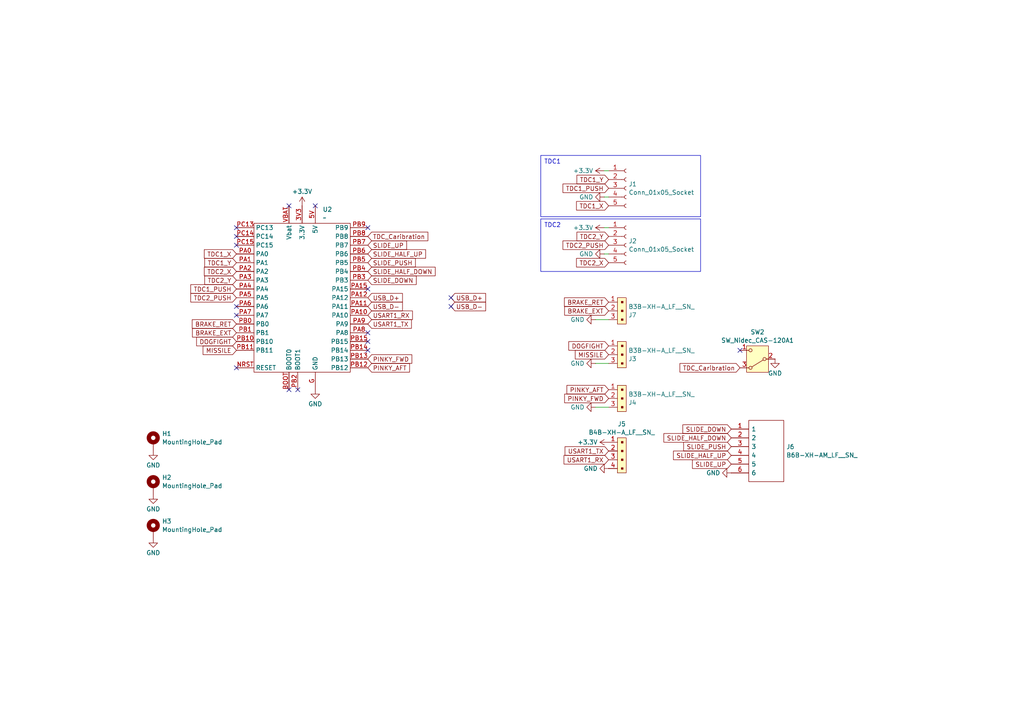
<source format=kicad_sch>
(kicad_sch
	(version 20250114)
	(generator "eeschema")
	(generator_version "9.0")
	(uuid "478be35e-297a-4aca-b546-409c6d6ff2e5")
	(paper "A4")
	(lib_symbols
		(symbol "Connector:Conn_01x05_Socket"
			(pin_names
				(offset 1.016)
				(hide yes)
			)
			(exclude_from_sim no)
			(in_bom yes)
			(on_board yes)
			(property "Reference" "J"
				(at 0 7.62 0)
				(effects
					(font
						(size 1.27 1.27)
					)
				)
			)
			(property "Value" "Conn_01x05_Socket"
				(at 0 -7.62 0)
				(effects
					(font
						(size 1.27 1.27)
					)
				)
			)
			(property "Footprint" ""
				(at 0 0 0)
				(effects
					(font
						(size 1.27 1.27)
					)
					(hide yes)
				)
			)
			(property "Datasheet" "~"
				(at 0 0 0)
				(effects
					(font
						(size 1.27 1.27)
					)
					(hide yes)
				)
			)
			(property "Description" "Generic connector, single row, 01x05, script generated"
				(at 0 0 0)
				(effects
					(font
						(size 1.27 1.27)
					)
					(hide yes)
				)
			)
			(property "ki_locked" ""
				(at 0 0 0)
				(effects
					(font
						(size 1.27 1.27)
					)
				)
			)
			(property "ki_keywords" "connector"
				(at 0 0 0)
				(effects
					(font
						(size 1.27 1.27)
					)
					(hide yes)
				)
			)
			(property "ki_fp_filters" "Connector*:*_1x??_*"
				(at 0 0 0)
				(effects
					(font
						(size 1.27 1.27)
					)
					(hide yes)
				)
			)
			(symbol "Conn_01x05_Socket_1_1"
				(polyline
					(pts
						(xy -1.27 5.08) (xy -0.508 5.08)
					)
					(stroke
						(width 0.1524)
						(type default)
					)
					(fill
						(type none)
					)
				)
				(polyline
					(pts
						(xy -1.27 2.54) (xy -0.508 2.54)
					)
					(stroke
						(width 0.1524)
						(type default)
					)
					(fill
						(type none)
					)
				)
				(polyline
					(pts
						(xy -1.27 0) (xy -0.508 0)
					)
					(stroke
						(width 0.1524)
						(type default)
					)
					(fill
						(type none)
					)
				)
				(polyline
					(pts
						(xy -1.27 -2.54) (xy -0.508 -2.54)
					)
					(stroke
						(width 0.1524)
						(type default)
					)
					(fill
						(type none)
					)
				)
				(polyline
					(pts
						(xy -1.27 -5.08) (xy -0.508 -5.08)
					)
					(stroke
						(width 0.1524)
						(type default)
					)
					(fill
						(type none)
					)
				)
				(arc
					(start 0 4.572)
					(mid -0.5058 5.08)
					(end 0 5.588)
					(stroke
						(width 0.1524)
						(type default)
					)
					(fill
						(type none)
					)
				)
				(arc
					(start 0 2.032)
					(mid -0.5058 2.54)
					(end 0 3.048)
					(stroke
						(width 0.1524)
						(type default)
					)
					(fill
						(type none)
					)
				)
				(arc
					(start 0 -0.508)
					(mid -0.5058 0)
					(end 0 0.508)
					(stroke
						(width 0.1524)
						(type default)
					)
					(fill
						(type none)
					)
				)
				(arc
					(start 0 -3.048)
					(mid -0.5058 -2.54)
					(end 0 -2.032)
					(stroke
						(width 0.1524)
						(type default)
					)
					(fill
						(type none)
					)
				)
				(arc
					(start 0 -5.588)
					(mid -0.5058 -5.08)
					(end 0 -4.572)
					(stroke
						(width 0.1524)
						(type default)
					)
					(fill
						(type none)
					)
				)
				(pin passive line
					(at -5.08 5.08 0)
					(length 3.81)
					(name "Pin_1"
						(effects
							(font
								(size 1.27 1.27)
							)
						)
					)
					(number "1"
						(effects
							(font
								(size 1.27 1.27)
							)
						)
					)
				)
				(pin passive line
					(at -5.08 2.54 0)
					(length 3.81)
					(name "Pin_2"
						(effects
							(font
								(size 1.27 1.27)
							)
						)
					)
					(number "2"
						(effects
							(font
								(size 1.27 1.27)
							)
						)
					)
				)
				(pin passive line
					(at -5.08 0 0)
					(length 3.81)
					(name "Pin_3"
						(effects
							(font
								(size 1.27 1.27)
							)
						)
					)
					(number "3"
						(effects
							(font
								(size 1.27 1.27)
							)
						)
					)
				)
				(pin passive line
					(at -5.08 -2.54 0)
					(length 3.81)
					(name "Pin_4"
						(effects
							(font
								(size 1.27 1.27)
							)
						)
					)
					(number "4"
						(effects
							(font
								(size 1.27 1.27)
							)
						)
					)
				)
				(pin passive line
					(at -5.08 -5.08 0)
					(length 3.81)
					(name "Pin_5"
						(effects
							(font
								(size 1.27 1.27)
							)
						)
					)
					(number "5"
						(effects
							(font
								(size 1.27 1.27)
							)
						)
					)
				)
			)
			(embedded_fonts no)
		)
		(symbol "Mechanical:MountingHole_Pad"
			(pin_numbers
				(hide yes)
			)
			(pin_names
				(offset 1.016)
				(hide yes)
			)
			(exclude_from_sim no)
			(in_bom no)
			(on_board yes)
			(property "Reference" "H"
				(at 0 6.35 0)
				(effects
					(font
						(size 1.27 1.27)
					)
				)
			)
			(property "Value" "MountingHole_Pad"
				(at 0 4.445 0)
				(effects
					(font
						(size 1.27 1.27)
					)
				)
			)
			(property "Footprint" ""
				(at 0 0 0)
				(effects
					(font
						(size 1.27 1.27)
					)
					(hide yes)
				)
			)
			(property "Datasheet" "~"
				(at 0 0 0)
				(effects
					(font
						(size 1.27 1.27)
					)
					(hide yes)
				)
			)
			(property "Description" "Mounting Hole with connection"
				(at 0 0 0)
				(effects
					(font
						(size 1.27 1.27)
					)
					(hide yes)
				)
			)
			(property "ki_keywords" "mounting hole"
				(at 0 0 0)
				(effects
					(font
						(size 1.27 1.27)
					)
					(hide yes)
				)
			)
			(property "ki_fp_filters" "MountingHole*Pad*"
				(at 0 0 0)
				(effects
					(font
						(size 1.27 1.27)
					)
					(hide yes)
				)
			)
			(symbol "MountingHole_Pad_0_1"
				(circle
					(center 0 1.27)
					(radius 1.27)
					(stroke
						(width 1.27)
						(type default)
					)
					(fill
						(type none)
					)
				)
			)
			(symbol "MountingHole_Pad_1_1"
				(pin input line
					(at 0 -2.54 90)
					(length 2.54)
					(name "1"
						(effects
							(font
								(size 1.27 1.27)
							)
						)
					)
					(number "1"
						(effects
							(font
								(size 1.27 1.27)
							)
						)
					)
				)
			)
			(embedded_fonts no)
		)
		(symbol "My_MCU_Boards:blue_pill_STM32F103C6T6"
			(exclude_from_sim no)
			(in_bom yes)
			(on_board yes)
			(property "Reference" "U"
				(at -0.254 42.164 0)
				(effects
					(font
						(size 1.27 1.27)
					)
				)
			)
			(property "Value" ""
				(at 0 0 0)
				(effects
					(font
						(size 1.27 1.27)
					)
				)
			)
			(property "Footprint" "My_MCU_Boards:blue_pill_STM32F103C6T6"
				(at 0 0 0)
				(effects
					(font
						(size 1.27 1.27)
					)
					(hide yes)
				)
			)
			(property "Datasheet" ""
				(at 0 0 0)
				(effects
					(font
						(size 1.27 1.27)
					)
					(hide yes)
				)
			)
			(property "Description" "bluepill, STM32, F103, C6T6, MCU"
				(at 0 0 0)
				(effects
					(font
						(size 1.27 1.27)
					)
					(hide yes)
				)
			)
			(symbol "blue_pill_STM32F103C6T6_0_1"
				(rectangle
					(start -13.97 21.59)
					(end 13.97 -21.59)
					(stroke
						(width 0)
						(type solid)
					)
					(fill
						(type none)
					)
				)
			)
			(symbol "blue_pill_STM32F103C6T6_1_1"
				(pin bidirectional line
					(at -19.05 20.32 0)
					(length 5.08)
					(name "PC13"
						(effects
							(font
								(size 1.27 1.27)
							)
						)
					)
					(number "PC13"
						(effects
							(font
								(size 1.27 1.27)
							)
						)
					)
				)
				(pin bidirectional line
					(at -19.05 17.78 0)
					(length 5.08)
					(name "PC14"
						(effects
							(font
								(size 1.27 1.27)
							)
						)
					)
					(number "PC14"
						(effects
							(font
								(size 1.27 1.27)
							)
						)
					)
				)
				(pin bidirectional line
					(at -19.05 15.24 0)
					(length 5.08)
					(name "PC15"
						(effects
							(font
								(size 1.27 1.27)
							)
						)
					)
					(number "PC15"
						(effects
							(font
								(size 1.27 1.27)
							)
						)
					)
				)
				(pin bidirectional line
					(at -19.05 12.7 0)
					(length 5.08)
					(name "PA0"
						(effects
							(font
								(size 1.27 1.27)
							)
						)
					)
					(number "PA0"
						(effects
							(font
								(size 1.27 1.27)
							)
						)
					)
				)
				(pin bidirectional line
					(at -19.05 10.16 0)
					(length 5.08)
					(name "PA1"
						(effects
							(font
								(size 1.27 1.27)
							)
						)
					)
					(number "PA1"
						(effects
							(font
								(size 1.27 1.27)
							)
						)
					)
				)
				(pin bidirectional line
					(at -19.05 7.62 0)
					(length 5.08)
					(name "PA2"
						(effects
							(font
								(size 1.27 1.27)
							)
						)
					)
					(number "PA2"
						(effects
							(font
								(size 1.27 1.27)
							)
						)
					)
				)
				(pin bidirectional line
					(at -19.05 5.08 0)
					(length 5.08)
					(name "PA3"
						(effects
							(font
								(size 1.27 1.27)
							)
						)
					)
					(number "PA3"
						(effects
							(font
								(size 1.27 1.27)
							)
						)
					)
				)
				(pin bidirectional line
					(at -19.05 2.54 0)
					(length 5.08)
					(name "PA4"
						(effects
							(font
								(size 1.27 1.27)
							)
						)
					)
					(number "PA4"
						(effects
							(font
								(size 1.27 1.27)
							)
						)
					)
				)
				(pin bidirectional line
					(at -19.05 0 0)
					(length 5.08)
					(name "PA5"
						(effects
							(font
								(size 1.27 1.27)
							)
						)
					)
					(number "PA5"
						(effects
							(font
								(size 1.27 1.27)
							)
						)
					)
				)
				(pin bidirectional line
					(at -19.05 -2.54 0)
					(length 5.08)
					(name "PA6"
						(effects
							(font
								(size 1.27 1.27)
							)
						)
					)
					(number "PA6"
						(effects
							(font
								(size 1.27 1.27)
							)
						)
					)
				)
				(pin bidirectional line
					(at -19.05 -5.08 0)
					(length 5.08)
					(name "PA7"
						(effects
							(font
								(size 1.27 1.27)
							)
						)
					)
					(number "PA7"
						(effects
							(font
								(size 1.27 1.27)
							)
						)
					)
				)
				(pin bidirectional line
					(at -19.05 -7.62 0)
					(length 5.08)
					(name "PB0"
						(effects
							(font
								(size 1.27 1.27)
							)
						)
					)
					(number "PB0"
						(effects
							(font
								(size 1.27 1.27)
							)
						)
					)
				)
				(pin bidirectional line
					(at -19.05 -10.16 0)
					(length 5.08)
					(name "PB1"
						(effects
							(font
								(size 1.27 1.27)
							)
						)
					)
					(number "PB1"
						(effects
							(font
								(size 1.27 1.27)
							)
						)
					)
				)
				(pin bidirectional line
					(at -19.05 -12.7 0)
					(length 5.08)
					(name "PB10"
						(effects
							(font
								(size 1.27 1.27)
							)
						)
					)
					(number "PB10"
						(effects
							(font
								(size 1.27 1.27)
							)
						)
					)
				)
				(pin bidirectional line
					(at -19.05 -15.24 0)
					(length 5.08)
					(name "PB11"
						(effects
							(font
								(size 1.27 1.27)
							)
						)
					)
					(number "PB11"
						(effects
							(font
								(size 1.27 1.27)
							)
						)
					)
				)
				(pin input line
					(at -19.05 -20.32 0)
					(length 5.08)
					(name "RESET"
						(effects
							(font
								(size 1.27 1.27)
							)
						)
					)
					(number "NRST"
						(effects
							(font
								(size 1.27 1.27)
							)
						)
					)
				)
				(pin power_in line
					(at -3.81 26.67 270)
					(length 5.08)
					(name "Vbat"
						(effects
							(font
								(size 1.27 1.27)
							)
						)
					)
					(number "VBAT"
						(effects
							(font
								(size 1.27 1.27)
							)
						)
					)
				)
				(pin input line
					(at -3.81 -26.67 90)
					(length 5.08)
					(name "BOOT0"
						(effects
							(font
								(size 1.27 1.27)
							)
						)
					)
					(number "BOOT"
						(effects
							(font
								(size 1.27 1.27)
							)
						)
					)
				)
				(pin input line
					(at -1.27 -26.67 90)
					(length 5.08)
					(name "BOOT1"
						(effects
							(font
								(size 1.27 1.27)
							)
						)
					)
					(number "PB2"
						(effects
							(font
								(size 1.27 1.27)
							)
						)
					)
				)
				(pin power_out line
					(at 0 26.67 270)
					(length 5.08)
					(name "3.3V"
						(effects
							(font
								(size 1.27 1.27)
							)
						)
					)
					(number "3V3"
						(effects
							(font
								(size 1.27 1.27)
							)
						)
					)
				)
				(pin power_out line
					(at 3.81 26.67 270)
					(length 5.08)
					(name "5V"
						(effects
							(font
								(size 1.27 1.27)
							)
						)
					)
					(number "5V"
						(effects
							(font
								(size 1.27 1.27)
							)
						)
					)
				)
				(pin power_out line
					(at 3.81 -26.67 90)
					(length 5.08)
					(name "GND"
						(effects
							(font
								(size 1.27 1.27)
							)
						)
					)
					(number "G"
						(effects
							(font
								(size 1.27 1.27)
							)
						)
					)
				)
				(pin bidirectional line
					(at 19.05 20.32 180)
					(length 5.08)
					(name "PB9"
						(effects
							(font
								(size 1.27 1.27)
							)
						)
					)
					(number "PB9"
						(effects
							(font
								(size 1.27 1.27)
							)
						)
					)
				)
				(pin bidirectional line
					(at 19.05 17.78 180)
					(length 5.08)
					(name "PB8"
						(effects
							(font
								(size 1.27 1.27)
							)
						)
					)
					(number "PB8"
						(effects
							(font
								(size 1.27 1.27)
							)
						)
					)
				)
				(pin bidirectional line
					(at 19.05 15.24 180)
					(length 5.08)
					(name "PB7"
						(effects
							(font
								(size 1.27 1.27)
							)
						)
					)
					(number "PB7"
						(effects
							(font
								(size 1.27 1.27)
							)
						)
					)
				)
				(pin bidirectional line
					(at 19.05 12.7 180)
					(length 5.08)
					(name "PB6"
						(effects
							(font
								(size 1.27 1.27)
							)
						)
					)
					(number "PB6"
						(effects
							(font
								(size 1.27 1.27)
							)
						)
					)
				)
				(pin bidirectional line
					(at 19.05 10.16 180)
					(length 5.08)
					(name "PB5"
						(effects
							(font
								(size 1.27 1.27)
							)
						)
					)
					(number "PB5"
						(effects
							(font
								(size 1.27 1.27)
							)
						)
					)
				)
				(pin bidirectional line
					(at 19.05 7.62 180)
					(length 5.08)
					(name "PB4"
						(effects
							(font
								(size 1.27 1.27)
							)
						)
					)
					(number "PB4"
						(effects
							(font
								(size 1.27 1.27)
							)
						)
					)
				)
				(pin bidirectional line
					(at 19.05 5.08 180)
					(length 5.08)
					(name "PB3"
						(effects
							(font
								(size 1.27 1.27)
							)
						)
					)
					(number "PB3"
						(effects
							(font
								(size 1.27 1.27)
							)
						)
					)
				)
				(pin bidirectional line
					(at 19.05 2.54 180)
					(length 5.08)
					(name "PA15"
						(effects
							(font
								(size 1.27 1.27)
							)
						)
					)
					(number "PA15"
						(effects
							(font
								(size 1.27 1.27)
							)
						)
					)
				)
				(pin bidirectional line
					(at 19.05 0 180)
					(length 5.08)
					(name "PA12"
						(effects
							(font
								(size 1.27 1.27)
							)
						)
					)
					(number "PA12"
						(effects
							(font
								(size 1.27 1.27)
							)
						)
					)
				)
				(pin bidirectional line
					(at 19.05 -2.54 180)
					(length 5.08)
					(name "PA11"
						(effects
							(font
								(size 1.27 1.27)
							)
						)
					)
					(number "PA11"
						(effects
							(font
								(size 1.27 1.27)
							)
						)
					)
				)
				(pin bidirectional line
					(at 19.05 -5.08 180)
					(length 5.08)
					(name "PA10"
						(effects
							(font
								(size 1.27 1.27)
							)
						)
					)
					(number "PA10"
						(effects
							(font
								(size 1.27 1.27)
							)
						)
					)
				)
				(pin bidirectional line
					(at 19.05 -7.62 180)
					(length 5.08)
					(name "PA9"
						(effects
							(font
								(size 1.27 1.27)
							)
						)
					)
					(number "PA9"
						(effects
							(font
								(size 1.27 1.27)
							)
						)
					)
				)
				(pin bidirectional line
					(at 19.05 -10.16 180)
					(length 5.08)
					(name "PA8"
						(effects
							(font
								(size 1.27 1.27)
							)
						)
					)
					(number "PA8"
						(effects
							(font
								(size 1.27 1.27)
							)
						)
					)
				)
				(pin bidirectional line
					(at 19.05 -12.7 180)
					(length 5.08)
					(name "PB15"
						(effects
							(font
								(size 1.27 1.27)
							)
						)
					)
					(number "PB15"
						(effects
							(font
								(size 1.27 1.27)
							)
						)
					)
				)
				(pin bidirectional line
					(at 19.05 -15.24 180)
					(length 5.08)
					(name "PB14"
						(effects
							(font
								(size 1.27 1.27)
							)
						)
					)
					(number "PB14"
						(effects
							(font
								(size 1.27 1.27)
							)
						)
					)
				)
				(pin bidirectional line
					(at 19.05 -17.78 180)
					(length 5.08)
					(name "PB13"
						(effects
							(font
								(size 1.27 1.27)
							)
						)
					)
					(number "PB13"
						(effects
							(font
								(size 1.27 1.27)
							)
						)
					)
				)
				(pin bidirectional line
					(at 19.05 -20.32 180)
					(length 5.08)
					(name "PB12"
						(effects
							(font
								(size 1.27 1.27)
							)
						)
					)
					(number "PB12"
						(effects
							(font
								(size 1.27 1.27)
							)
						)
					)
				)
			)
			(embedded_fonts no)
		)
		(symbol "SamacSys_Parts_lib:B6B-XH-AM_LF__SN_"
			(pin_names
				(offset 0.762)
			)
			(exclude_from_sim no)
			(in_bom yes)
			(on_board yes)
			(property "Reference" "J"
				(at 16.51 7.62 0)
				(effects
					(font
						(size 1.27 1.27)
					)
					(justify left)
				)
			)
			(property "Value" "B6B-XH-AM_LF__SN_"
				(at 16.51 5.08 0)
				(effects
					(font
						(size 1.27 1.27)
					)
					(justify left)
				)
			)
			(property "Footprint" "B6BXHAMLFSN"
				(at 16.51 2.54 0)
				(effects
					(font
						(size 1.27 1.27)
					)
					(justify left)
					(hide yes)
				)
			)
			(property "Datasheet" "http://uk.rs-online.com/web/p/products/7495228P"
				(at 16.51 0 0)
				(effects
					(font
						(size 1.27 1.27)
					)
					(justify left)
					(hide yes)
				)
			)
			(property "Description" "Conn Shrouded Header (4 Sides) HDR 6 POS 2.5mm Solder ST Top Entry Thru-Hole Box"
				(at 16.51 -2.54 0)
				(effects
					(font
						(size 1.27 1.27)
					)
					(justify left)
					(hide yes)
				)
			)
			(property "Height" "7"
				(at 16.51 -5.08 0)
				(effects
					(font
						(size 1.27 1.27)
					)
					(justify left)
					(hide yes)
				)
			)
			(property "RS Part Number" "7495228P"
				(at 16.51 -7.62 0)
				(effects
					(font
						(size 1.27 1.27)
					)
					(justify left)
					(hide yes)
				)
			)
			(property "RS Price/Stock" "http://uk.rs-online.com/web/p/products/7495228P"
				(at 16.51 -10.16 0)
				(effects
					(font
						(size 1.27 1.27)
					)
					(justify left)
					(hide yes)
				)
			)
			(property "Manufacturer_Name" "JST (JAPAN SOLDERLESS TERMINALS)"
				(at 16.51 -12.7 0)
				(effects
					(font
						(size 1.27 1.27)
					)
					(justify left)
					(hide yes)
				)
			)
			(property "Manufacturer_Part_Number" "B6B-XH-AM(LF)(SN)"
				(at 16.51 -15.24 0)
				(effects
					(font
						(size 1.27 1.27)
					)
					(justify left)
					(hide yes)
				)
			)
			(symbol "B6B-XH-AM_LF__SN__0_0"
				(pin passive line
					(at 0 0 0)
					(length 5.08)
					(name "1"
						(effects
							(font
								(size 1.27 1.27)
							)
						)
					)
					(number "1"
						(effects
							(font
								(size 1.27 1.27)
							)
						)
					)
				)
				(pin passive line
					(at 0 -2.54 0)
					(length 5.08)
					(name "2"
						(effects
							(font
								(size 1.27 1.27)
							)
						)
					)
					(number "2"
						(effects
							(font
								(size 1.27 1.27)
							)
						)
					)
				)
				(pin passive line
					(at 0 -5.08 0)
					(length 5.08)
					(name "3"
						(effects
							(font
								(size 1.27 1.27)
							)
						)
					)
					(number "3"
						(effects
							(font
								(size 1.27 1.27)
							)
						)
					)
				)
				(pin passive line
					(at 0 -7.62 0)
					(length 5.08)
					(name "4"
						(effects
							(font
								(size 1.27 1.27)
							)
						)
					)
					(number "4"
						(effects
							(font
								(size 1.27 1.27)
							)
						)
					)
				)
				(pin passive line
					(at 0 -10.16 0)
					(length 5.08)
					(name "5"
						(effects
							(font
								(size 1.27 1.27)
							)
						)
					)
					(number "5"
						(effects
							(font
								(size 1.27 1.27)
							)
						)
					)
				)
				(pin passive line
					(at 0 -12.7 0)
					(length 5.08)
					(name "6"
						(effects
							(font
								(size 1.27 1.27)
							)
						)
					)
					(number "6"
						(effects
							(font
								(size 1.27 1.27)
							)
						)
					)
				)
			)
			(symbol "B6B-XH-AM_LF__SN__0_1"
				(polyline
					(pts
						(xy 5.08 2.54) (xy 15.24 2.54) (xy 15.24 -15.24) (xy 5.08 -15.24) (xy 5.08 2.54)
					)
					(stroke
						(width 0.1524)
						(type solid)
					)
					(fill
						(type none)
					)
				)
			)
			(embedded_fonts no)
		)
		(symbol "Switch:SW_Nidec_CAS-120A1"
			(pin_names
				(offset 1)
				(hide yes)
			)
			(exclude_from_sim no)
			(in_bom yes)
			(on_board yes)
			(property "Reference" "SW"
				(at 0 4.318 0)
				(effects
					(font
						(size 1.27 1.27)
					)
				)
			)
			(property "Value" "SW_Nidec_CAS-120A1"
				(at 0 -5.08 0)
				(effects
					(font
						(size 1.27 1.27)
					)
				)
			)
			(property "Footprint" "Button_Switch_SMD:Nidec_Copal_CAS-120A"
				(at 0 -10.16 0)
				(effects
					(font
						(size 1.27 1.27)
					)
					(hide yes)
				)
			)
			(property "Datasheet" "https://www.nidec-components.com/e/catalog/switch/cas.pdf"
				(at 0 -7.62 0)
				(effects
					(font
						(size 1.27 1.27)
					)
					(hide yes)
				)
			)
			(property "Description" "Switch, single pole double throw"
				(at 0 0 0)
				(effects
					(font
						(size 1.27 1.27)
					)
					(hide yes)
				)
			)
			(property "ki_keywords" "switch single-pole double-throw spdt ON-ON"
				(at 0 0 0)
				(effects
					(font
						(size 1.27 1.27)
					)
					(hide yes)
				)
			)
			(property "ki_fp_filters" "*Nidec?Copal?CAS?120A*"
				(at 0 0 0)
				(effects
					(font
						(size 1.27 1.27)
					)
					(hide yes)
				)
			)
			(symbol "SW_Nidec_CAS-120A1_0_1"
				(circle
					(center -2.032 0)
					(radius 0.4572)
					(stroke
						(width 0)
						(type default)
					)
					(fill
						(type none)
					)
				)
				(polyline
					(pts
						(xy -1.651 0.254) (xy 1.651 2.286)
					)
					(stroke
						(width 0)
						(type default)
					)
					(fill
						(type none)
					)
				)
				(circle
					(center 2.032 2.54)
					(radius 0.4572)
					(stroke
						(width 0)
						(type default)
					)
					(fill
						(type none)
					)
				)
				(circle
					(center 2.032 -2.54)
					(radius 0.4572)
					(stroke
						(width 0)
						(type default)
					)
					(fill
						(type none)
					)
				)
			)
			(symbol "SW_Nidec_CAS-120A1_1_1"
				(rectangle
					(start -3.175 3.81)
					(end 3.175 -3.81)
					(stroke
						(width 0)
						(type default)
					)
					(fill
						(type background)
					)
				)
				(pin passive line
					(at -5.08 0 0)
					(length 2.54)
					(name "B"
						(effects
							(font
								(size 1.27 1.27)
							)
						)
					)
					(number "2"
						(effects
							(font
								(size 1.27 1.27)
							)
						)
					)
				)
				(pin passive line
					(at 5.08 2.54 180)
					(length 2.54)
					(name "A"
						(effects
							(font
								(size 1.27 1.27)
							)
						)
					)
					(number "3"
						(effects
							(font
								(size 1.27 1.27)
							)
						)
					)
				)
				(pin passive line
					(at 5.08 -2.54 180)
					(length 2.54)
					(name "C"
						(effects
							(font
								(size 1.27 1.27)
							)
						)
					)
					(number "1"
						(effects
							(font
								(size 1.27 1.27)
							)
						)
					)
				)
			)
			(embedded_fonts no)
		)
		(symbol "dk_Rectangular-Connectors-Headers-Male-Pins:B3B-XH-A_LF__SN_"
			(pin_names
				(offset 1.016)
				(hide yes)
			)
			(exclude_from_sim no)
			(in_bom yes)
			(on_board yes)
			(property "Reference" "J"
				(at -2.54 -1.27 0)
				(effects
					(font
						(size 1.27 1.27)
					)
					(justify right)
				)
			)
			(property "Value" "B3B-XH-A_LF__SN_"
				(at 2.54 -3.81 0)
				(effects
					(font
						(size 1.27 1.27)
					)
				)
			)
			(property "Footprint" "digikey-footprints:PinHeader_1x3_P2.5mm_Drill1.1mm"
				(at 5.08 5.08 0)
				(effects
					(font
						(size 1.27 1.27)
					)
					(justify left)
					(hide yes)
				)
			)
			(property "Datasheet" "http://www.jst-mfg.com/product/pdf/eng/eXH.pdf"
				(at 5.08 7.62 0)
				(effects
					(font
						(size 1.27 1.27)
					)
					(justify left)
					(hide yes)
				)
			)
			(property "Description" "CONN HEADER VERT 3POS 2.5MM"
				(at 5.08 25.4 0)
				(effects
					(font
						(size 1.524 1.524)
					)
					(justify left)
					(hide yes)
				)
			)
			(property "Digi-Key_PN" "455-2248-ND"
				(at 5.08 10.16 0)
				(effects
					(font
						(size 1.524 1.524)
					)
					(justify left)
					(hide yes)
				)
			)
			(property "MPN" "B3B-XH-A(LF)(SN)"
				(at 5.08 12.7 0)
				(effects
					(font
						(size 1.524 1.524)
					)
					(justify left)
					(hide yes)
				)
			)
			(property "Category" "Connectors, Interconnects"
				(at 5.08 15.24 0)
				(effects
					(font
						(size 1.524 1.524)
					)
					(justify left)
					(hide yes)
				)
			)
			(property "Family" "Rectangular Connectors - Headers, Male Pins"
				(at 5.08 17.78 0)
				(effects
					(font
						(size 1.524 1.524)
					)
					(justify left)
					(hide yes)
				)
			)
			(property "DK_Datasheet_Link" "http://www.jst-mfg.com/product/pdf/eng/eXH.pdf"
				(at 5.08 20.32 0)
				(effects
					(font
						(size 1.524 1.524)
					)
					(justify left)
					(hide yes)
				)
			)
			(property "DK_Detail_Page" "/product-detail/en/jst-sales-america-inc/B3B-XH-A(LF)(SN)/455-2248-ND/1651046"
				(at 5.08 22.86 0)
				(effects
					(font
						(size 1.524 1.524)
					)
					(justify left)
					(hide yes)
				)
			)
			(property "Manufacturer" "JST Sales America Inc."
				(at 5.08 27.94 0)
				(effects
					(font
						(size 1.524 1.524)
					)
					(justify left)
					(hide yes)
				)
			)
			(property "Status" "Active"
				(at 5.08 30.48 0)
				(effects
					(font
						(size 1.524 1.524)
					)
					(justify left)
					(hide yes)
				)
			)
			(property "ki_keywords" "455-2248-ND XH"
				(at 0 0 0)
				(effects
					(font
						(size 1.27 1.27)
					)
					(hide yes)
				)
			)
			(symbol "B3B-XH-A_LF__SN__1_1"
				(rectangle
					(start -1.27 0)
					(end 6.35 -2.54)
					(stroke
						(width 0)
						(type solid)
					)
					(fill
						(type background)
					)
				)
				(rectangle
					(start -0.254 -1.143)
					(end 0.254 -1.651)
					(stroke
						(width 0)
						(type solid)
					)
					(fill
						(type outline)
					)
				)
				(rectangle
					(start 2.286 -1.143)
					(end 2.794 -1.651)
					(stroke
						(width 0)
						(type solid)
					)
					(fill
						(type outline)
					)
				)
				(rectangle
					(start 4.826 -1.143)
					(end 5.334 -1.651)
					(stroke
						(width 0)
						(type solid)
					)
					(fill
						(type outline)
					)
				)
				(pin passive line
					(at 0 2.54 270)
					(length 2.54)
					(name "~"
						(effects
							(font
								(size 1.27 1.27)
							)
						)
					)
					(number "1"
						(effects
							(font
								(size 1.27 1.27)
							)
						)
					)
				)
				(pin passive line
					(at 2.54 2.54 270)
					(length 2.54)
					(name "~"
						(effects
							(font
								(size 1.27 1.27)
							)
						)
					)
					(number "2"
						(effects
							(font
								(size 1.27 1.27)
							)
						)
					)
				)
				(pin passive line
					(at 5.08 2.54 270)
					(length 2.54)
					(name "~"
						(effects
							(font
								(size 1.27 1.27)
							)
						)
					)
					(number "3"
						(effects
							(font
								(size 1.27 1.27)
							)
						)
					)
				)
			)
			(embedded_fonts no)
		)
		(symbol "dk_Rectangular-Connectors-Headers-Male-Pins:B4B-XH-A_LF__SN_"
			(pin_names
				(offset 1.016)
			)
			(exclude_from_sim no)
			(in_bom yes)
			(on_board yes)
			(property "Reference" "J"
				(at -2.54 -1.27 0)
				(effects
					(font
						(size 1.27 1.27)
					)
					(justify right)
				)
			)
			(property "Value" "B4B-XH-A_LF__SN_"
				(at 3.81 -3.81 0)
				(effects
					(font
						(size 1.27 1.27)
					)
				)
			)
			(property "Footprint" "digikey-footprints:PinHeader_1x4_P2.5mm_Drill1.1mm"
				(at 5.08 5.08 0)
				(effects
					(font
						(size 1.524 1.524)
					)
					(justify left)
					(hide yes)
				)
			)
			(property "Datasheet" "http://www.jst-mfg.com/product/pdf/eng/eXH.pdf"
				(at 5.08 7.62 0)
				(effects
					(font
						(size 1.524 1.524)
					)
					(justify left)
					(hide yes)
				)
			)
			(property "Description" "CONN HEADER VERT 4POS 2.5MM"
				(at 5.08 25.4 0)
				(effects
					(font
						(size 1.524 1.524)
					)
					(justify left)
					(hide yes)
				)
			)
			(property "Digi-Key_PN" "455-2249-ND"
				(at 5.08 10.16 0)
				(effects
					(font
						(size 1.524 1.524)
					)
					(justify left)
					(hide yes)
				)
			)
			(property "MPN" "B4B-XH-A(LF)(SN)"
				(at 5.08 12.7 0)
				(effects
					(font
						(size 1.524 1.524)
					)
					(justify left)
					(hide yes)
				)
			)
			(property "Category" "Connectors, Interconnects"
				(at 5.08 15.24 0)
				(effects
					(font
						(size 1.524 1.524)
					)
					(justify left)
					(hide yes)
				)
			)
			(property "Family" "Rectangular Connectors - Headers, Male Pins"
				(at 5.08 17.78 0)
				(effects
					(font
						(size 1.524 1.524)
					)
					(justify left)
					(hide yes)
				)
			)
			(property "DK_Datasheet_Link" "http://www.jst-mfg.com/product/pdf/eng/eXH.pdf"
				(at 5.08 20.32 0)
				(effects
					(font
						(size 1.524 1.524)
					)
					(justify left)
					(hide yes)
				)
			)
			(property "DK_Detail_Page" "/product-detail/en/jst-sales-america-inc/B4B-XH-A(LF)(SN)/455-2249-ND/1651047"
				(at 5.08 22.86 0)
				(effects
					(font
						(size 1.524 1.524)
					)
					(justify left)
					(hide yes)
				)
			)
			(property "Manufacturer" "JST Sales America Inc."
				(at 5.08 27.94 0)
				(effects
					(font
						(size 1.524 1.524)
					)
					(justify left)
					(hide yes)
				)
			)
			(property "Status" "Active"
				(at 5.08 30.48 0)
				(effects
					(font
						(size 1.524 1.524)
					)
					(justify left)
					(hide yes)
				)
			)
			(property "ki_keywords" "455-2249-ND XH"
				(at 0 0 0)
				(effects
					(font
						(size 1.27 1.27)
					)
					(hide yes)
				)
			)
			(symbol "B4B-XH-A_LF__SN__1_1"
				(rectangle
					(start -1.27 0)
					(end 8.89 -2.54)
					(stroke
						(width 0)
						(type solid)
					)
					(fill
						(type background)
					)
				)
				(rectangle
					(start -0.254 -1.143)
					(end 0.254 -1.651)
					(stroke
						(width 0)
						(type solid)
					)
					(fill
						(type outline)
					)
				)
				(rectangle
					(start 2.286 -1.143)
					(end 2.794 -1.651)
					(stroke
						(width 0)
						(type solid)
					)
					(fill
						(type outline)
					)
				)
				(rectangle
					(start 4.826 -1.143)
					(end 5.334 -1.651)
					(stroke
						(width 0)
						(type solid)
					)
					(fill
						(type outline)
					)
				)
				(rectangle
					(start 7.366 -1.143)
					(end 7.874 -1.651)
					(stroke
						(width 0)
						(type solid)
					)
					(fill
						(type outline)
					)
				)
				(pin passive line
					(at 0 2.54 270)
					(length 2.54)
					(name "~"
						(effects
							(font
								(size 1.27 1.27)
							)
						)
					)
					(number "1"
						(effects
							(font
								(size 1.27 1.27)
							)
						)
					)
				)
				(pin passive line
					(at 2.54 2.54 270)
					(length 2.54)
					(name "~"
						(effects
							(font
								(size 1.27 1.27)
							)
						)
					)
					(number "2"
						(effects
							(font
								(size 1.27 1.27)
							)
						)
					)
				)
				(pin passive line
					(at 5.08 2.54 270)
					(length 2.54)
					(name "~"
						(effects
							(font
								(size 1.27 1.27)
							)
						)
					)
					(number "3"
						(effects
							(font
								(size 1.27 1.27)
							)
						)
					)
				)
				(pin passive line
					(at 7.62 2.54 270)
					(length 2.54)
					(name "~"
						(effects
							(font
								(size 1.27 1.27)
							)
						)
					)
					(number "4"
						(effects
							(font
								(size 1.27 1.27)
							)
						)
					)
				)
			)
			(embedded_fonts no)
		)
		(symbol "power:+3.3V"
			(power)
			(pin_numbers
				(hide yes)
			)
			(pin_names
				(offset 0)
				(hide yes)
			)
			(exclude_from_sim no)
			(in_bom yes)
			(on_board yes)
			(property "Reference" "#PWR"
				(at 0 -3.81 0)
				(effects
					(font
						(size 1.27 1.27)
					)
					(hide yes)
				)
			)
			(property "Value" "+3.3V"
				(at 0 3.556 0)
				(effects
					(font
						(size 1.27 1.27)
					)
				)
			)
			(property "Footprint" ""
				(at 0 0 0)
				(effects
					(font
						(size 1.27 1.27)
					)
					(hide yes)
				)
			)
			(property "Datasheet" ""
				(at 0 0 0)
				(effects
					(font
						(size 1.27 1.27)
					)
					(hide yes)
				)
			)
			(property "Description" "Power symbol creates a global label with name \"+3.3V\""
				(at 0 0 0)
				(effects
					(font
						(size 1.27 1.27)
					)
					(hide yes)
				)
			)
			(property "ki_keywords" "global power"
				(at 0 0 0)
				(effects
					(font
						(size 1.27 1.27)
					)
					(hide yes)
				)
			)
			(symbol "+3.3V_0_1"
				(polyline
					(pts
						(xy -0.762 1.27) (xy 0 2.54)
					)
					(stroke
						(width 0)
						(type default)
					)
					(fill
						(type none)
					)
				)
				(polyline
					(pts
						(xy 0 2.54) (xy 0.762 1.27)
					)
					(stroke
						(width 0)
						(type default)
					)
					(fill
						(type none)
					)
				)
				(polyline
					(pts
						(xy 0 0) (xy 0 2.54)
					)
					(stroke
						(width 0)
						(type default)
					)
					(fill
						(type none)
					)
				)
			)
			(symbol "+3.3V_1_1"
				(pin power_in line
					(at 0 0 90)
					(length 0)
					(name "~"
						(effects
							(font
								(size 1.27 1.27)
							)
						)
					)
					(number "1"
						(effects
							(font
								(size 1.27 1.27)
							)
						)
					)
				)
			)
			(embedded_fonts no)
		)
		(symbol "power:GND"
			(power)
			(pin_numbers
				(hide yes)
			)
			(pin_names
				(offset 0)
				(hide yes)
			)
			(exclude_from_sim no)
			(in_bom yes)
			(on_board yes)
			(property "Reference" "#PWR"
				(at 0 -6.35 0)
				(effects
					(font
						(size 1.27 1.27)
					)
					(hide yes)
				)
			)
			(property "Value" "GND"
				(at 0 -3.81 0)
				(effects
					(font
						(size 1.27 1.27)
					)
				)
			)
			(property "Footprint" ""
				(at 0 0 0)
				(effects
					(font
						(size 1.27 1.27)
					)
					(hide yes)
				)
			)
			(property "Datasheet" ""
				(at 0 0 0)
				(effects
					(font
						(size 1.27 1.27)
					)
					(hide yes)
				)
			)
			(property "Description" "Power symbol creates a global label with name \"GND\" , ground"
				(at 0 0 0)
				(effects
					(font
						(size 1.27 1.27)
					)
					(hide yes)
				)
			)
			(property "ki_keywords" "global power"
				(at 0 0 0)
				(effects
					(font
						(size 1.27 1.27)
					)
					(hide yes)
				)
			)
			(symbol "GND_0_1"
				(polyline
					(pts
						(xy 0 0) (xy 0 -1.27) (xy 1.27 -1.27) (xy 0 -2.54) (xy -1.27 -1.27) (xy 0 -1.27)
					)
					(stroke
						(width 0)
						(type default)
					)
					(fill
						(type none)
					)
				)
			)
			(symbol "GND_1_1"
				(pin power_in line
					(at 0 0 270)
					(length 0)
					(name "~"
						(effects
							(font
								(size 1.27 1.27)
							)
						)
					)
					(number "1"
						(effects
							(font
								(size 1.27 1.27)
							)
						)
					)
				)
			)
			(embedded_fonts no)
		)
	)
	(text_box "TDC2"
		(exclude_from_sim no)
		(at 156.845 63.5 0)
		(size 46.355 15.24)
		(margins 0.9525 0.9525 0.9525 0.9525)
		(stroke
			(width 0)
			(type solid)
		)
		(fill
			(type none)
		)
		(effects
			(font
				(size 1.27 1.27)
			)
			(justify left top)
		)
		(uuid "26801b6d-bfab-44bb-96e5-0f507eb72d0a")
	)
	(text_box "TDC1\n\n"
		(exclude_from_sim no)
		(at 156.845 45.085 0)
		(size 46.355 17.78)
		(margins 0.9525 0.9525 0.9525 0.9525)
		(stroke
			(width 0)
			(type solid)
		)
		(fill
			(type none)
		)
		(effects
			(font
				(size 1.27 1.27)
			)
			(justify left top)
		)
		(uuid "c7c20b5b-0f1e-4bcc-ace6-2461fd3a3ccf")
	)
	(no_connect
		(at 83.82 113.03)
		(uuid "1d6cef87-52cb-4df5-8381-e021dd6a10ed")
	)
	(no_connect
		(at 106.68 99.06)
		(uuid "37a45b69-95c8-4520-a756-5fe41c5c52ec")
	)
	(no_connect
		(at 83.82 59.69)
		(uuid "3c68f915-3b45-44ea-8bd5-4bc9ed52fd80")
	)
	(no_connect
		(at 106.68 66.04)
		(uuid "44aee19c-2095-434d-89ab-31c9d6e7fc62")
	)
	(no_connect
		(at 68.58 68.58)
		(uuid "45a9011d-1337-425d-8ca0-e8ced389b542")
	)
	(no_connect
		(at 68.58 106.68)
		(uuid "5e8bad03-def0-458f-87d3-baf26b804510")
	)
	(no_connect
		(at 130.81 88.9)
		(uuid "64001dec-1fda-47b5-a04c-16ab8b571373")
	)
	(no_connect
		(at 214.63 101.6)
		(uuid "64187a49-c400-45a2-9124-c6cf07f60e8b")
	)
	(no_connect
		(at 68.58 66.04)
		(uuid "668dad28-a5a0-4861-a749-c05cb63e8133")
	)
	(no_connect
		(at 68.58 71.12)
		(uuid "84bb659e-c368-434a-a9f7-7827651f55f4")
	)
	(no_connect
		(at 130.81 86.36)
		(uuid "9f2bad58-078b-4116-aa2c-74dc39395dd6")
	)
	(no_connect
		(at 106.68 96.52)
		(uuid "b6213ccd-f47d-4f3f-998d-de34a7763d2b")
	)
	(no_connect
		(at 106.68 83.82)
		(uuid "bbd71547-f837-496a-9f9c-7b3f79a8ba4c")
	)
	(no_connect
		(at 68.58 91.44)
		(uuid "bdc842e1-6de6-4e50-a58b-d281efa017f9")
	)
	(no_connect
		(at 68.58 88.9)
		(uuid "be731615-7841-4da4-9c23-e44944875540")
	)
	(no_connect
		(at 86.36 113.03)
		(uuid "d522b41f-dcd1-437c-b824-84953c3ae93b")
	)
	(no_connect
		(at 106.68 101.6)
		(uuid "e8bdd869-d1f6-4516-91e0-1541e0ad15cb")
	)
	(no_connect
		(at 91.44 59.69)
		(uuid "fed62f89-c6da-44fa-9916-6352b431b512")
	)
	(wire
		(pts
			(xy 175.26 49.53) (xy 176.53 49.53)
		)
		(stroke
			(width 0)
			(type default)
		)
		(uuid "3f0df0c5-d32d-42f6-819c-97c376a35f94")
	)
	(wire
		(pts
			(xy 172.72 105.41) (xy 176.53 105.41)
		)
		(stroke
			(width 0)
			(type default)
		)
		(uuid "419c44bb-b804-437d-8602-78afd83d7a7b")
	)
	(wire
		(pts
			(xy 175.26 73.66) (xy 176.53 73.66)
		)
		(stroke
			(width 0)
			(type default)
		)
		(uuid "782624b9-104d-4cfc-8732-bea06fc9b610")
	)
	(wire
		(pts
			(xy 175.26 57.15) (xy 176.53 57.15)
		)
		(stroke
			(width 0)
			(type default)
		)
		(uuid "b34ee235-892b-44b9-8650-9305a9d1e173")
	)
	(wire
		(pts
			(xy 175.26 66.04) (xy 176.53 66.04)
		)
		(stroke
			(width 0)
			(type default)
		)
		(uuid "bd70f717-7d84-49ae-b527-b738b5d971d3")
	)
	(wire
		(pts
			(xy 172.72 118.11) (xy 176.53 118.11)
		)
		(stroke
			(width 0)
			(type default)
		)
		(uuid "be561b21-e988-4c39-b9c8-17f4a7ad949d")
	)
	(wire
		(pts
			(xy 172.72 92.71) (xy 176.53 92.71)
		)
		(stroke
			(width 0)
			(type default)
		)
		(uuid "ccb6672a-b55f-427c-94bf-70c331915007")
	)
	(global_label "BRAKE_EXT"
		(shape input)
		(at 68.58 96.52 180)
		(fields_autoplaced yes)
		(effects
			(font
				(size 1.27 1.27)
			)
			(justify right)
		)
		(uuid "00fd723b-85e7-4768-8c96-9a5c149f7c8d")
		(property "Intersheetrefs" "${INTERSHEET_REFS}"
			(at 55.2535 96.52 0)
			(effects
				(font
					(size 1.27 1.27)
				)
				(justify right)
				(hide yes)
			)
		)
	)
	(global_label "TDC1_X"
		(shape input)
		(at 68.58 73.66 180)
		(fields_autoplaced yes)
		(effects
			(font
				(size 1.27 1.27)
			)
			(justify right)
		)
		(uuid "0d35672c-3ba3-40ee-b3a0-e6e5d115927d")
		(property "Intersheetrefs" "${INTERSHEET_REFS}"
			(at 58.7006 73.66 0)
			(effects
				(font
					(size 1.27 1.27)
				)
				(justify right)
				(hide yes)
			)
		)
	)
	(global_label "TDC2_X"
		(shape input)
		(at 176.53 76.2 180)
		(fields_autoplaced yes)
		(effects
			(font
				(size 1.27 1.27)
			)
			(justify right)
		)
		(uuid "0f0c9030-02a0-44d9-b31d-15674a4a5cf1")
		(property "Intersheetrefs" "${INTERSHEET_REFS}"
			(at 166.6506 76.2 0)
			(effects
				(font
					(size 1.27 1.27)
				)
				(justify right)
				(hide yes)
			)
		)
	)
	(global_label "SLIDE_PUSH"
		(shape input)
		(at 212.09 129.54 180)
		(fields_autoplaced yes)
		(effects
			(font
				(size 1.27 1.27)
			)
			(justify right)
		)
		(uuid "1a70ce9f-7967-4749-be66-408b3f6f3584")
		(property "Intersheetrefs" "${INTERSHEET_REFS}"
			(at 197.7353 129.54 0)
			(effects
				(font
					(size 1.27 1.27)
				)
				(justify right)
				(hide yes)
			)
		)
	)
	(global_label "SLIDE_DOWN"
		(shape input)
		(at 212.09 124.46 180)
		(fields_autoplaced yes)
		(effects
			(font
				(size 1.27 1.27)
			)
			(justify right)
		)
		(uuid "243b7cf6-3272-4a61-9a00-04ec00416e1e")
		(property "Intersheetrefs" "${INTERSHEET_REFS}"
			(at 197.4934 124.46 0)
			(effects
				(font
					(size 1.27 1.27)
				)
				(justify right)
				(hide yes)
			)
		)
	)
	(global_label "PINKY_AFT"
		(shape input)
		(at 176.53 113.03 180)
		(fields_autoplaced yes)
		(effects
			(font
				(size 1.27 1.27)
			)
			(justify right)
		)
		(uuid "2f04b72e-370b-442e-ad42-bd047d6e69c9")
		(property "Intersheetrefs" "${INTERSHEET_REFS}"
			(at 163.8685 113.03 0)
			(effects
				(font
					(size 1.27 1.27)
				)
				(justify right)
				(hide yes)
			)
		)
	)
	(global_label "TDC_Caribration"
		(shape input)
		(at 106.68 68.58 0)
		(fields_autoplaced yes)
		(effects
			(font
				(size 1.27 1.27)
			)
			(justify left)
		)
		(uuid "30231439-4736-4db3-9ba6-42018e2ff06c")
		(property "Intersheetrefs" "${INTERSHEET_REFS}"
			(at 124.6631 68.58 0)
			(effects
				(font
					(size 1.27 1.27)
				)
				(justify left)
				(hide yes)
			)
		)
	)
	(global_label "SLIDE_HALF_UP"
		(shape input)
		(at 106.68 73.66 0)
		(fields_autoplaced yes)
		(effects
			(font
				(size 1.27 1.27)
			)
			(justify left)
		)
		(uuid "34eed450-a2f5-4a89-bece-649b47e55f43")
		(property "Intersheetrefs" "${INTERSHEET_REFS}"
			(at 123.9981 73.66 0)
			(effects
				(font
					(size 1.27 1.27)
				)
				(justify left)
				(hide yes)
			)
		)
	)
	(global_label "PINKY_FWD"
		(shape input)
		(at 106.68 104.14 0)
		(fields_autoplaced yes)
		(effects
			(font
				(size 1.27 1.27)
			)
			(justify left)
		)
		(uuid "35b651c9-612d-4120-a9ce-4fc46c2039a4")
		(property "Intersheetrefs" "${INTERSHEET_REFS}"
			(at 120.0067 104.14 0)
			(effects
				(font
					(size 1.27 1.27)
				)
				(justify left)
				(hide yes)
			)
		)
	)
	(global_label "TDC2_Y"
		(shape input)
		(at 68.58 81.28 180)
		(fields_autoplaced yes)
		(effects
			(font
				(size 1.27 1.27)
			)
			(justify right)
		)
		(uuid "38bf64c9-7a73-4ff4-961c-e7bf66f905a3")
		(property "Intersheetrefs" "${INTERSHEET_REFS}"
			(at 58.8215 81.28 0)
			(effects
				(font
					(size 1.27 1.27)
				)
				(justify right)
				(hide yes)
			)
		)
	)
	(global_label "SLIDE_PUSH"
		(shape input)
		(at 106.68 76.2 0)
		(fields_autoplaced yes)
		(effects
			(font
				(size 1.27 1.27)
			)
			(justify left)
		)
		(uuid "3a6a7d18-9e0d-429b-a9bf-6cc30fefbb28")
		(property "Intersheetrefs" "${INTERSHEET_REFS}"
			(at 121.0347 76.2 0)
			(effects
				(font
					(size 1.27 1.27)
				)
				(justify left)
				(hide yes)
			)
		)
	)
	(global_label "TDC1_PUSH"
		(shape input)
		(at 68.58 83.82 180)
		(fields_autoplaced yes)
		(effects
			(font
				(size 1.27 1.27)
			)
			(justify right)
		)
		(uuid "3c1e7ff7-f809-4b80-b58f-972bcab350ef")
		(property "Intersheetrefs" "${INTERSHEET_REFS}"
			(at 54.7696 83.82 0)
			(effects
				(font
					(size 1.27 1.27)
				)
				(justify right)
				(hide yes)
			)
		)
	)
	(global_label "USART1_RX"
		(shape input)
		(at 106.68 91.44 0)
		(fields_autoplaced yes)
		(effects
			(font
				(size 1.27 1.27)
			)
			(justify left)
		)
		(uuid "3d3ff96a-91b3-4188-9e27-dd36ae8af3d5")
		(property "Intersheetrefs" "${INTERSHEET_REFS}"
			(at 120.188 91.44 0)
			(effects
				(font
					(size 1.27 1.27)
				)
				(justify left)
				(hide yes)
			)
		)
	)
	(global_label "BRAKE_EXT"
		(shape input)
		(at 176.53 90.17 180)
		(fields_autoplaced yes)
		(effects
			(font
				(size 1.27 1.27)
			)
			(justify right)
		)
		(uuid "3efa6482-71ef-454b-bf3f-1fdca28ed661")
		(property "Intersheetrefs" "${INTERSHEET_REFS}"
			(at 163.2035 90.17 0)
			(effects
				(font
					(size 1.27 1.27)
				)
				(justify right)
				(hide yes)
			)
		)
	)
	(global_label "PINKY_AFT"
		(shape input)
		(at 106.68 106.68 0)
		(fields_autoplaced yes)
		(effects
			(font
				(size 1.27 1.27)
			)
			(justify left)
		)
		(uuid "4fed9194-4e65-4d72-bc86-95b26754e6e7")
		(property "Intersheetrefs" "${INTERSHEET_REFS}"
			(at 119.3415 106.68 0)
			(effects
				(font
					(size 1.27 1.27)
				)
				(justify left)
				(hide yes)
			)
		)
	)
	(global_label "TDC1_Y"
		(shape input)
		(at 68.58 76.2 180)
		(fields_autoplaced yes)
		(effects
			(font
				(size 1.27 1.27)
			)
			(justify right)
		)
		(uuid "58b511f2-2269-4439-a4e4-bfe30cdc7b01")
		(property "Intersheetrefs" "${INTERSHEET_REFS}"
			(at 58.8215 76.2 0)
			(effects
				(font
					(size 1.27 1.27)
				)
				(justify right)
				(hide yes)
			)
		)
	)
	(global_label "USART1_RX"
		(shape input)
		(at 176.53 133.35 180)
		(fields_autoplaced yes)
		(effects
			(font
				(size 1.27 1.27)
			)
			(justify right)
		)
		(uuid "652f2b08-126c-493b-8824-54076257d97b")
		(property "Intersheetrefs" "${INTERSHEET_REFS}"
			(at 163.022 133.35 0)
			(effects
				(font
					(size 1.27 1.27)
				)
				(justify right)
				(hide yes)
			)
		)
	)
	(global_label "SLIDE_DOWN"
		(shape input)
		(at 106.68 81.28 0)
		(fields_autoplaced yes)
		(effects
			(font
				(size 1.27 1.27)
			)
			(justify left)
		)
		(uuid "65f7e341-e4f1-4502-a480-9e38219415a9")
		(property "Intersheetrefs" "${INTERSHEET_REFS}"
			(at 121.2766 81.28 0)
			(effects
				(font
					(size 1.27 1.27)
				)
				(justify left)
				(hide yes)
			)
		)
	)
	(global_label "USB_D+"
		(shape input)
		(at 130.81 86.36 0)
		(fields_autoplaced yes)
		(effects
			(font
				(size 1.27 1.27)
			)
			(justify left)
		)
		(uuid "69c74096-6702-49ab-b76f-7a984744961f")
		(property "Intersheetrefs" "${INTERSHEET_REFS}"
			(at 141.4152 86.36 0)
			(effects
				(font
					(size 1.27 1.27)
				)
				(justify left)
				(hide yes)
			)
		)
	)
	(global_label "TDC1_X"
		(shape input)
		(at 176.53 59.69 180)
		(fields_autoplaced yes)
		(effects
			(font
				(size 1.27 1.27)
			)
			(justify right)
		)
		(uuid "6c24b669-9f09-40f8-a117-3f6cc3fe2568")
		(property "Intersheetrefs" "${INTERSHEET_REFS}"
			(at 166.6506 59.69 0)
			(effects
				(font
					(size 1.27 1.27)
				)
				(justify right)
				(hide yes)
			)
		)
	)
	(global_label "USART1_TX"
		(shape input)
		(at 106.68 93.98 0)
		(fields_autoplaced yes)
		(effects
			(font
				(size 1.27 1.27)
			)
			(justify left)
		)
		(uuid "71e861a7-9404-4a64-bc19-8644647b4f0b")
		(property "Intersheetrefs" "${INTERSHEET_REFS}"
			(at 119.8856 93.98 0)
			(effects
				(font
					(size 1.27 1.27)
				)
				(justify left)
				(hide yes)
			)
		)
	)
	(global_label "TDC1_Y"
		(shape input)
		(at 176.53 52.07 180)
		(fields_autoplaced yes)
		(effects
			(font
				(size 1.27 1.27)
			)
			(justify right)
		)
		(uuid "77b4a381-7677-4b08-92ba-800835ffb3ca")
		(property "Intersheetrefs" "${INTERSHEET_REFS}"
			(at 166.7715 52.07 0)
			(effects
				(font
					(size 1.27 1.27)
				)
				(justify right)
				(hide yes)
			)
		)
	)
	(global_label "TDC1_PUSH"
		(shape input)
		(at 176.53 54.61 180)
		(fields_autoplaced yes)
		(effects
			(font
				(size 1.27 1.27)
			)
			(justify right)
		)
		(uuid "7ca7dac6-7abf-4cd7-b196-3f625110ae3c")
		(property "Intersheetrefs" "${INTERSHEET_REFS}"
			(at 162.7196 54.61 0)
			(effects
				(font
					(size 1.27 1.27)
				)
				(justify right)
				(hide yes)
			)
		)
	)
	(global_label "BRAKE_RET"
		(shape input)
		(at 68.58 93.98 180)
		(fields_autoplaced yes)
		(effects
			(font
				(size 1.27 1.27)
			)
			(justify right)
		)
		(uuid "868b8dde-7938-4382-83bf-2fd813979852")
		(property "Intersheetrefs" "${INTERSHEET_REFS}"
			(at 55.193 93.98 0)
			(effects
				(font
					(size 1.27 1.27)
				)
				(justify right)
				(hide yes)
			)
		)
	)
	(global_label "SLIDE_HALF_DOWN"
		(shape input)
		(at 106.68 78.74 0)
		(fields_autoplaced yes)
		(effects
			(font
				(size 1.27 1.27)
			)
			(justify left)
		)
		(uuid "8849e51d-6cfa-4fb9-92a7-2eb3f2f35fb1")
		(property "Intersheetrefs" "${INTERSHEET_REFS}"
			(at 126.78 78.74 0)
			(effects
				(font
					(size 1.27 1.27)
				)
				(justify left)
				(hide yes)
			)
		)
	)
	(global_label "USB_D+"
		(shape input)
		(at 106.68 86.36 0)
		(fields_autoplaced yes)
		(effects
			(font
				(size 1.27 1.27)
			)
			(justify left)
		)
		(uuid "8b53ebef-36a6-4170-88ab-6c7579e015cc")
		(property "Intersheetrefs" "${INTERSHEET_REFS}"
			(at 117.2852 86.36 0)
			(effects
				(font
					(size 1.27 1.27)
				)
				(justify left)
				(hide yes)
			)
		)
	)
	(global_label "USB_D-"
		(shape input)
		(at 130.81 88.9 0)
		(fields_autoplaced yes)
		(effects
			(font
				(size 1.27 1.27)
			)
			(justify left)
		)
		(uuid "8c8ba8a7-01d9-4e26-9c63-5a8e2465b1ea")
		(property "Intersheetrefs" "${INTERSHEET_REFS}"
			(at 141.4152 88.9 0)
			(effects
				(font
					(size 1.27 1.27)
				)
				(justify left)
				(hide yes)
			)
		)
	)
	(global_label "USART1_TX"
		(shape input)
		(at 176.53 130.81 180)
		(fields_autoplaced yes)
		(effects
			(font
				(size 1.27 1.27)
			)
			(justify right)
		)
		(uuid "8e5a5d04-7559-43de-938e-86d910f90249")
		(property "Intersheetrefs" "${INTERSHEET_REFS}"
			(at 163.3244 130.81 0)
			(effects
				(font
					(size 1.27 1.27)
				)
				(justify right)
				(hide yes)
			)
		)
	)
	(global_label "MISSILE"
		(shape input)
		(at 68.58 101.6 180)
		(fields_autoplaced yes)
		(effects
			(font
				(size 1.27 1.27)
			)
			(justify right)
		)
		(uuid "99dcc710-e3a3-499e-816e-b0033a993a0d")
		(property "Intersheetrefs" "${INTERSHEET_REFS}"
			(at 58.3377 101.6 0)
			(effects
				(font
					(size 1.27 1.27)
				)
				(justify right)
				(hide yes)
			)
		)
	)
	(global_label "TDC2_PUSH"
		(shape input)
		(at 176.53 71.12 180)
		(fields_autoplaced yes)
		(effects
			(font
				(size 1.27 1.27)
			)
			(justify right)
		)
		(uuid "ac7c41bd-2660-4b17-909b-fa85e35936c7")
		(property "Intersheetrefs" "${INTERSHEET_REFS}"
			(at 162.7196 71.12 0)
			(effects
				(font
					(size 1.27 1.27)
				)
				(justify right)
				(hide yes)
			)
		)
	)
	(global_label "BRAKE_RET"
		(shape input)
		(at 176.53 87.63 180)
		(fields_autoplaced yes)
		(effects
			(font
				(size 1.27 1.27)
			)
			(justify right)
		)
		(uuid "adcdf639-2969-4619-8b47-a590fea1a716")
		(property "Intersheetrefs" "${INTERSHEET_REFS}"
			(at 163.143 87.63 0)
			(effects
				(font
					(size 1.27 1.27)
				)
				(justify right)
				(hide yes)
			)
		)
	)
	(global_label "MISSILE"
		(shape input)
		(at 176.53 102.87 180)
		(fields_autoplaced yes)
		(effects
			(font
				(size 1.27 1.27)
			)
			(justify right)
		)
		(uuid "ae11438b-1577-436e-9d86-9d00fc4a4ec6")
		(property "Intersheetrefs" "${INTERSHEET_REFS}"
			(at 166.2877 102.87 0)
			(effects
				(font
					(size 1.27 1.27)
				)
				(justify right)
				(hide yes)
			)
		)
	)
	(global_label "TDC2_X"
		(shape input)
		(at 68.58 78.74 180)
		(fields_autoplaced yes)
		(effects
			(font
				(size 1.27 1.27)
			)
			(justify right)
		)
		(uuid "bd87aa6c-f828-470e-919d-19a29099c5f5")
		(property "Intersheetrefs" "${INTERSHEET_REFS}"
			(at 58.7006 78.74 0)
			(effects
				(font
					(size 1.27 1.27)
				)
				(justify right)
				(hide yes)
			)
		)
	)
	(global_label "SLIDE_UP"
		(shape input)
		(at 106.68 71.12 0)
		(fields_autoplaced yes)
		(effects
			(font
				(size 1.27 1.27)
			)
			(justify left)
		)
		(uuid "bffa4338-c4ee-4bf2-84fe-f53152cb6508")
		(property "Intersheetrefs" "${INTERSHEET_REFS}"
			(at 118.4947 71.12 0)
			(effects
				(font
					(size 1.27 1.27)
				)
				(justify left)
				(hide yes)
			)
		)
	)
	(global_label "TDC_Caribration"
		(shape input)
		(at 214.63 106.68 180)
		(fields_autoplaced yes)
		(effects
			(font
				(size 1.27 1.27)
			)
			(justify right)
		)
		(uuid "c3ea3844-8471-41f3-93cd-752996ab862a")
		(property "Intersheetrefs" "${INTERSHEET_REFS}"
			(at 196.6469 106.68 0)
			(effects
				(font
					(size 1.27 1.27)
				)
				(justify right)
				(hide yes)
			)
		)
	)
	(global_label "DOGFIGHT"
		(shape input)
		(at 68.58 99.06 180)
		(fields_autoplaced yes)
		(effects
			(font
				(size 1.27 1.27)
			)
			(justify right)
		)
		(uuid "c629ae2e-52e6-43ab-9f92-37a4224c3fa1")
		(property "Intersheetrefs" "${INTERSHEET_REFS}"
			(at 56.4628 99.06 0)
			(effects
				(font
					(size 1.27 1.27)
				)
				(justify right)
				(hide yes)
			)
		)
	)
	(global_label "SLIDE_HALF_DOWN"
		(shape input)
		(at 212.09 127 180)
		(fields_autoplaced yes)
		(effects
			(font
				(size 1.27 1.27)
			)
			(justify right)
		)
		(uuid "d224a6a5-d1e5-4488-831b-6dbbd433489b")
		(property "Intersheetrefs" "${INTERSHEET_REFS}"
			(at 191.99 127 0)
			(effects
				(font
					(size 1.27 1.27)
				)
				(justify right)
				(hide yes)
			)
		)
	)
	(global_label "SLIDE_HALF_UP"
		(shape input)
		(at 212.09 132.08 180)
		(fields_autoplaced yes)
		(effects
			(font
				(size 1.27 1.27)
			)
			(justify right)
		)
		(uuid "d5ad5334-ea7d-4adb-b2fe-fa822efa2a24")
		(property "Intersheetrefs" "${INTERSHEET_REFS}"
			(at 194.7719 132.08 0)
			(effects
				(font
					(size 1.27 1.27)
				)
				(justify right)
				(hide yes)
			)
		)
	)
	(global_label "USB_D-"
		(shape input)
		(at 106.68 88.9 0)
		(fields_autoplaced yes)
		(effects
			(font
				(size 1.27 1.27)
			)
			(justify left)
		)
		(uuid "dae04d5c-5029-4bf1-95ce-876924474784")
		(property "Intersheetrefs" "${INTERSHEET_REFS}"
			(at 117.2852 88.9 0)
			(effects
				(font
					(size 1.27 1.27)
				)
				(justify left)
				(hide yes)
			)
		)
	)
	(global_label "SLIDE_UP"
		(shape input)
		(at 212.09 134.62 180)
		(fields_autoplaced yes)
		(effects
			(font
				(size 1.27 1.27)
			)
			(justify right)
		)
		(uuid "e722ffa6-028b-41de-a0b7-6b6cdd2202e4")
		(property "Intersheetrefs" "${INTERSHEET_REFS}"
			(at 200.2753 134.62 0)
			(effects
				(font
					(size 1.27 1.27)
				)
				(justify right)
				(hide yes)
			)
		)
	)
	(global_label "TDC2_PUSH"
		(shape input)
		(at 68.58 86.36 180)
		(fields_autoplaced yes)
		(effects
			(font
				(size 1.27 1.27)
			)
			(justify right)
		)
		(uuid "e766f46d-50f8-4773-9dc5-331b158e5474")
		(property "Intersheetrefs" "${INTERSHEET_REFS}"
			(at 54.7696 86.36 0)
			(effects
				(font
					(size 1.27 1.27)
				)
				(justify right)
				(hide yes)
			)
		)
	)
	(global_label "TDC2_Y"
		(shape input)
		(at 176.53 68.58 180)
		(fields_autoplaced yes)
		(effects
			(font
				(size 1.27 1.27)
			)
			(justify right)
		)
		(uuid "f74ce888-9cff-4d6a-a7d3-51478347847b")
		(property "Intersheetrefs" "${INTERSHEET_REFS}"
			(at 166.7715 68.58 0)
			(effects
				(font
					(size 1.27 1.27)
				)
				(justify right)
				(hide yes)
			)
		)
	)
	(global_label "PINKY_FWD"
		(shape input)
		(at 176.53 115.57 180)
		(fields_autoplaced yes)
		(effects
			(font
				(size 1.27 1.27)
			)
			(justify right)
		)
		(uuid "f7b28d27-6e91-43ff-b223-18c5c789d1b1")
		(property "Intersheetrefs" "${INTERSHEET_REFS}"
			(at 163.2033 115.57 0)
			(effects
				(font
					(size 1.27 1.27)
				)
				(justify right)
				(hide yes)
			)
		)
	)
	(global_label "DOGFIGHT"
		(shape input)
		(at 176.53 100.33 180)
		(fields_autoplaced yes)
		(effects
			(font
				(size 1.27 1.27)
			)
			(justify right)
		)
		(uuid "f7c4739d-5493-4a84-9244-510feb786cda")
		(property "Intersheetrefs" "${INTERSHEET_REFS}"
			(at 164.4128 100.33 0)
			(effects
				(font
					(size 1.27 1.27)
				)
				(justify right)
				(hide yes)
			)
		)
	)
	(symbol
		(lib_id "Connector:Conn_01x05_Socket")
		(at 181.61 54.61 0)
		(unit 1)
		(exclude_from_sim no)
		(in_bom yes)
		(on_board yes)
		(dnp no)
		(fields_autoplaced yes)
		(uuid "027c5382-a01e-4c64-933c-d93d044977a8")
		(property "Reference" "J1"
			(at 182.3212 53.3978 0)
			(effects
				(font
					(size 1.27 1.27)
				)
				(justify left)
			)
		)
		(property "Value" "Conn_01x05_Socket"
			(at 182.3212 55.8221 0)
			(effects
				(font
					(size 1.27 1.27)
				)
				(justify left)
			)
		)
		(property "Footprint" "Connector_PinSocket_2.54mm:PinSocket_1x05_P2.54mm_Vertical"
			(at 181.61 54.61 0)
			(effects
				(font
					(size 1.27 1.27)
				)
				(hide yes)
			)
		)
		(property "Datasheet" "~"
			(at 181.61 54.61 0)
			(effects
				(font
					(size 1.27 1.27)
				)
				(hide yes)
			)
		)
		(property "Description" "Generic connector, single row, 01x05, script generated"
			(at 181.61 54.61 0)
			(effects
				(font
					(size 1.27 1.27)
				)
				(hide yes)
			)
		)
		(pin "3"
			(uuid "cbb10f6d-51b2-45fb-919b-5911134e9de5")
		)
		(pin "1"
			(uuid "1fddd12f-1e09-45f1-9744-c62f5369df4b")
		)
		(pin "4"
			(uuid "95ef8ab6-b542-4585-a1d6-5833342b5dc7")
		)
		(pin "2"
			(uuid "6214eee6-0709-4b83-8895-eab723caa02b")
		)
		(pin "5"
			(uuid "338b3654-a444-4d72-8b1c-826176e77fe7")
		)
		(instances
			(project ""
				(path "/478be35e-297a-4aca-b546-409c6d6ff2e5"
					(reference "J1")
					(unit 1)
				)
			)
		)
	)
	(symbol
		(lib_id "Mechanical:MountingHole_Pad")
		(at 44.45 128.27 0)
		(unit 1)
		(exclude_from_sim no)
		(in_bom no)
		(on_board yes)
		(dnp no)
		(fields_autoplaced yes)
		(uuid "036e7aaa-da84-49a9-a441-1ffb2d030272")
		(property "Reference" "H1"
			(at 46.99 125.7878 0)
			(effects
				(font
					(size 1.27 1.27)
				)
				(justify left)
			)
		)
		(property "Value" "MountingHole_Pad"
			(at 46.99 128.2121 0)
			(effects
				(font
					(size 1.27 1.27)
				)
				(justify left)
			)
		)
		(property "Footprint" "MountingHole:MountingHole_3.2mm_M3_DIN965"
			(at 44.45 128.27 0)
			(effects
				(font
					(size 1.27 1.27)
				)
				(hide yes)
			)
		)
		(property "Datasheet" "~"
			(at 44.45 128.27 0)
			(effects
				(font
					(size 1.27 1.27)
				)
				(hide yes)
			)
		)
		(property "Description" "Mounting Hole with connection"
			(at 44.45 128.27 0)
			(effects
				(font
					(size 1.27 1.27)
				)
				(hide yes)
			)
		)
		(pin "1"
			(uuid "c9640b12-4285-4829-923d-3e756b551d06")
		)
		(instances
			(project ""
				(path "/478be35e-297a-4aca-b546-409c6d6ff2e5"
					(reference "H1")
					(unit 1)
				)
			)
		)
	)
	(symbol
		(lib_id "power:GND")
		(at 224.79 104.14 0)
		(unit 1)
		(exclude_from_sim no)
		(in_bom yes)
		(on_board yes)
		(dnp no)
		(fields_autoplaced yes)
		(uuid "062b4d56-5842-4077-9df8-a3da50ffea13")
		(property "Reference" "#PWR013"
			(at 224.79 110.49 0)
			(effects
				(font
					(size 1.27 1.27)
				)
				(hide yes)
			)
		)
		(property "Value" "GND"
			(at 224.79 108.2731 0)
			(effects
				(font
					(size 1.27 1.27)
				)
			)
		)
		(property "Footprint" ""
			(at 224.79 104.14 0)
			(effects
				(font
					(size 1.27 1.27)
				)
				(hide yes)
			)
		)
		(property "Datasheet" ""
			(at 224.79 104.14 0)
			(effects
				(font
					(size 1.27 1.27)
				)
				(hide yes)
			)
		)
		(property "Description" "Power symbol creates a global label with name \"GND\" , ground"
			(at 224.79 104.14 0)
			(effects
				(font
					(size 1.27 1.27)
				)
				(hide yes)
			)
		)
		(pin "1"
			(uuid "a82c5c3a-d153-4b72-b523-8bda48551cf5")
		)
		(instances
			(project "Throttle_Enhancer_Bluepill_STM32F103"
				(path "/478be35e-297a-4aca-b546-409c6d6ff2e5"
					(reference "#PWR013")
					(unit 1)
				)
			)
		)
	)
	(symbol
		(lib_id "power:GND")
		(at 172.72 92.71 270)
		(unit 1)
		(exclude_from_sim no)
		(in_bom yes)
		(on_board yes)
		(dnp no)
		(fields_autoplaced yes)
		(uuid "1ee56f30-2ce3-4c05-b861-f2c6d2404716")
		(property "Reference" "#PWR07"
			(at 166.37 92.71 0)
			(effects
				(font
					(size 1.27 1.27)
				)
				(hide yes)
			)
		)
		(property "Value" "GND"
			(at 169.5451 92.71 90)
			(effects
				(font
					(size 1.27 1.27)
				)
				(justify right)
			)
		)
		(property "Footprint" ""
			(at 172.72 92.71 0)
			(effects
				(font
					(size 1.27 1.27)
				)
				(hide yes)
			)
		)
		(property "Datasheet" ""
			(at 172.72 92.71 0)
			(effects
				(font
					(size 1.27 1.27)
				)
				(hide yes)
			)
		)
		(property "Description" "Power symbol creates a global label with name \"GND\" , ground"
			(at 172.72 92.71 0)
			(effects
				(font
					(size 1.27 1.27)
				)
				(hide yes)
			)
		)
		(pin "1"
			(uuid "e90f3247-fd60-4ae4-a887-0e1b102985ec")
		)
		(instances
			(project "Throttle_Enhancer_Bluepill_STM32F103"
				(path "/478be35e-297a-4aca-b546-409c6d6ff2e5"
					(reference "#PWR07")
					(unit 1)
				)
			)
		)
	)
	(symbol
		(lib_id "dk_Rectangular-Connectors-Headers-Male-Pins:B3B-XH-A_LF__SN_")
		(at 179.07 100.33 90)
		(mirror x)
		(unit 1)
		(exclude_from_sim no)
		(in_bom yes)
		(on_board yes)
		(dnp no)
		(uuid "1fc04d08-5ac3-43a2-96f7-62ae2bbedff8")
		(property "Reference" "J3"
			(at 182.245 104.0821 90)
			(effects
				(font
					(size 1.27 1.27)
				)
				(justify right)
			)
		)
		(property "Value" "B3B-XH-A_LF__SN_"
			(at 182.245 101.6579 90)
			(effects
				(font
					(size 1.27 1.27)
				)
				(justify right)
			)
		)
		(property "Footprint" "digikey-footprints:PinHeader_1x3_P2.5mm_Drill1.1mm"
			(at 173.99 105.41 0)
			(effects
				(font
					(size 1.27 1.27)
				)
				(justify left)
				(hide yes)
			)
		)
		(property "Datasheet" "http://www.jst-mfg.com/product/pdf/eng/eXH.pdf"
			(at 171.45 105.41 0)
			(effects
				(font
					(size 1.27 1.27)
				)
				(justify left)
				(hide yes)
			)
		)
		(property "Description" "CONN HEADER VERT 3POS 2.5MM"
			(at 153.67 105.41 0)
			(effects
				(font
					(size 1.524 1.524)
				)
				(justify left)
				(hide yes)
			)
		)
		(property "Digi-Key_PN" "455-2248-ND"
			(at 168.91 105.41 0)
			(effects
				(font
					(size 1.524 1.524)
				)
				(justify left)
				(hide yes)
			)
		)
		(property "MPN" "B3B-XH-A(LF)(SN)"
			(at 166.37 105.41 0)
			(effects
				(font
					(size 1.524 1.524)
				)
				(justify left)
				(hide yes)
			)
		)
		(property "Category" "Connectors, Interconnects"
			(at 163.83 105.41 0)
			(effects
				(font
					(size 1.524 1.524)
				)
				(justify left)
				(hide yes)
			)
		)
		(property "Family" "Rectangular Connectors - Headers, Male Pins"
			(at 161.29 105.41 0)
			(effects
				(font
					(size 1.524 1.524)
				)
				(justify left)
				(hide yes)
			)
		)
		(property "DK_Datasheet_Link" "http://www.jst-mfg.com/product/pdf/eng/eXH.pdf"
			(at 158.75 105.41 0)
			(effects
				(font
					(size 1.524 1.524)
				)
				(justify left)
				(hide yes)
			)
		)
		(property "DK_Detail_Page" "/product-detail/en/jst-sales-america-inc/B3B-XH-A(LF)(SN)/455-2248-ND/1651046"
			(at 156.21 105.41 0)
			(effects
				(font
					(size 1.524 1.524)
				)
				(justify left)
				(hide yes)
			)
		)
		(property "Manufacturer" "JST Sales America Inc."
			(at 151.13 105.41 0)
			(effects
				(font
					(size 1.524 1.524)
				)
				(justify left)
				(hide yes)
			)
		)
		(property "Status" "Active"
			(at 148.59 105.41 0)
			(effects
				(font
					(size 1.524 1.524)
				)
				(justify left)
				(hide yes)
			)
		)
		(pin "2"
			(uuid "6daf32b5-645a-4320-b1c8-4e3959f0529b")
		)
		(pin "3"
			(uuid "291fe82b-b513-4d0d-bc75-23d81427dce8")
		)
		(pin "1"
			(uuid "f9002841-1554-425a-a988-66af0c57792f")
		)
		(instances
			(project "Throttle_Enhancer_Bluepill_STM32F103"
				(path "/478be35e-297a-4aca-b546-409c6d6ff2e5"
					(reference "J3")
					(unit 1)
				)
			)
		)
	)
	(symbol
		(lib_id "power:GND")
		(at 91.44 113.03 0)
		(unit 1)
		(exclude_from_sim no)
		(in_bom yes)
		(on_board yes)
		(dnp no)
		(fields_autoplaced yes)
		(uuid "2328cc94-9708-45af-9420-d990021d4e23")
		(property "Reference" "#PWR01"
			(at 91.44 119.38 0)
			(effects
				(font
					(size 1.27 1.27)
				)
				(hide yes)
			)
		)
		(property "Value" "GND"
			(at 91.44 117.1631 0)
			(effects
				(font
					(size 1.27 1.27)
				)
			)
		)
		(property "Footprint" ""
			(at 91.44 113.03 0)
			(effects
				(font
					(size 1.27 1.27)
				)
				(hide yes)
			)
		)
		(property "Datasheet" ""
			(at 91.44 113.03 0)
			(effects
				(font
					(size 1.27 1.27)
				)
				(hide yes)
			)
		)
		(property "Description" "Power symbol creates a global label with name \"GND\" , ground"
			(at 91.44 113.03 0)
			(effects
				(font
					(size 1.27 1.27)
				)
				(hide yes)
			)
		)
		(pin "1"
			(uuid "77ae3bdb-0d5b-42b0-ab11-06a1b9a23313")
		)
		(instances
			(project ""
				(path "/478be35e-297a-4aca-b546-409c6d6ff2e5"
					(reference "#PWR01")
					(unit 1)
				)
			)
		)
	)
	(symbol
		(lib_id "dk_Rectangular-Connectors-Headers-Male-Pins:B4B-XH-A_LF__SN_")
		(at 179.07 128.27 90)
		(mirror x)
		(unit 1)
		(exclude_from_sim no)
		(in_bom yes)
		(on_board yes)
		(dnp no)
		(uuid "26264e07-b492-49a4-8356-c44e79d62968")
		(property "Reference" "J5"
			(at 180.34 122.9827 90)
			(effects
				(font
					(size 1.27 1.27)
				)
			)
		)
		(property "Value" "B4B-XH-A_LF__SN_"
			(at 180.34 125.4069 90)
			(effects
				(font
					(size 1.27 1.27)
				)
			)
		)
		(property "Footprint" "digikey-footprints:PinHeader_1x4_P2.5mm_Drill1.1mm"
			(at 173.99 133.35 0)
			(effects
				(font
					(size 1.524 1.524)
				)
				(justify left)
				(hide yes)
			)
		)
		(property "Datasheet" "http://www.jst-mfg.com/product/pdf/eng/eXH.pdf"
			(at 171.45 133.35 0)
			(effects
				(font
					(size 1.524 1.524)
				)
				(justify left)
				(hide yes)
			)
		)
		(property "Description" "CONN HEADER VERT 4POS 2.5MM"
			(at 153.67 133.35 0)
			(effects
				(font
					(size 1.524 1.524)
				)
				(justify left)
				(hide yes)
			)
		)
		(property "Digi-Key_PN" "455-2249-ND"
			(at 168.91 133.35 0)
			(effects
				(font
					(size 1.524 1.524)
				)
				(justify left)
				(hide yes)
			)
		)
		(property "MPN" "B4B-XH-A(LF)(SN)"
			(at 166.37 133.35 0)
			(effects
				(font
					(size 1.524 1.524)
				)
				(justify left)
				(hide yes)
			)
		)
		(property "Category" "Connectors, Interconnects"
			(at 163.83 133.35 0)
			(effects
				(font
					(size 1.524 1.524)
				)
				(justify left)
				(hide yes)
			)
		)
		(property "Family" "Rectangular Connectors - Headers, Male Pins"
			(at 161.29 133.35 0)
			(effects
				(font
					(size 1.524 1.524)
				)
				(justify left)
				(hide yes)
			)
		)
		(property "DK_Datasheet_Link" "http://www.jst-mfg.com/product/pdf/eng/eXH.pdf"
			(at 158.75 133.35 0)
			(effects
				(font
					(size 1.524 1.524)
				)
				(justify left)
				(hide yes)
			)
		)
		(property "DK_Detail_Page" "/product-detail/en/jst-sales-america-inc/B4B-XH-A(LF)(SN)/455-2249-ND/1651047"
			(at 156.21 133.35 0)
			(effects
				(font
					(size 1.524 1.524)
				)
				(justify left)
				(hide yes)
			)
		)
		(property "Manufacturer" "JST Sales America Inc."
			(at 151.13 133.35 0)
			(effects
				(font
					(size 1.524 1.524)
				)
				(justify left)
				(hide yes)
			)
		)
		(property "Status" "Active"
			(at 148.59 133.35 0)
			(effects
				(font
					(size 1.524 1.524)
				)
				(justify left)
				(hide yes)
			)
		)
		(pin "3"
			(uuid "77a9dbff-9cb3-4baa-932a-ea17555eec5a")
		)
		(pin "2"
			(uuid "05467b26-406d-4389-aa21-704bd4ad84da")
		)
		(pin "4"
			(uuid "59c54134-eb94-4667-8870-f6f472d0d8ae")
		)
		(pin "1"
			(uuid "b179096f-6451-40fb-a1cb-34c746e37374")
		)
		(instances
			(project "Throttle_Enhancer_Bluepill_STM32F103"
				(path "/478be35e-297a-4aca-b546-409c6d6ff2e5"
					(reference "J5")
					(unit 1)
				)
			)
		)
	)
	(symbol
		(lib_id "power:GND")
		(at 175.26 57.15 270)
		(unit 1)
		(exclude_from_sim no)
		(in_bom yes)
		(on_board yes)
		(dnp no)
		(fields_autoplaced yes)
		(uuid "26aec16b-ecb4-4cab-b620-7d67c4f47354")
		(property "Reference" "#PWR03"
			(at 168.91 57.15 0)
			(effects
				(font
					(size 1.27 1.27)
				)
				(hide yes)
			)
		)
		(property "Value" "GND"
			(at 172.0851 57.15 90)
			(effects
				(font
					(size 1.27 1.27)
				)
				(justify right)
			)
		)
		(property "Footprint" ""
			(at 175.26 57.15 0)
			(effects
				(font
					(size 1.27 1.27)
				)
				(hide yes)
			)
		)
		(property "Datasheet" ""
			(at 175.26 57.15 0)
			(effects
				(font
					(size 1.27 1.27)
				)
				(hide yes)
			)
		)
		(property "Description" "Power symbol creates a global label with name \"GND\" , ground"
			(at 175.26 57.15 0)
			(effects
				(font
					(size 1.27 1.27)
				)
				(hide yes)
			)
		)
		(pin "1"
			(uuid "06bf70e7-2e72-4119-9868-9bcd866bbff1")
		)
		(instances
			(project "Throttle_Enhancer_Bluepill_STM32F103"
				(path "/478be35e-297a-4aca-b546-409c6d6ff2e5"
					(reference "#PWR03")
					(unit 1)
				)
			)
		)
	)
	(symbol
		(lib_id "My_MCU_Boards:blue_pill_STM32F103C6T6")
		(at 87.63 86.36 0)
		(unit 1)
		(exclude_from_sim no)
		(in_bom yes)
		(on_board yes)
		(dnp no)
		(fields_autoplaced yes)
		(uuid "408be92d-8718-4f58-9b80-28e3eb35661e")
		(property "Reference" "U2"
			(at 93.5833 60.7525 0)
			(effects
				(font
					(size 1.27 1.27)
				)
				(justify left)
			)
		)
		(property "Value" "~"
			(at 93.5833 63.1768 0)
			(effects
				(font
					(size 1.27 1.27)
				)
				(justify left)
			)
		)
		(property "Footprint" "My_MCU_Boards:blue_pill_STM32F103C6T6"
			(at 87.63 86.36 0)
			(effects
				(font
					(size 1.27 1.27)
				)
				(hide yes)
			)
		)
		(property "Datasheet" ""
			(at 87.63 86.36 0)
			(effects
				(font
					(size 1.27 1.27)
				)
				(hide yes)
			)
		)
		(property "Description" "bluepill, STM32, F103, C6T6, MCU"
			(at 87.63 86.36 0)
			(effects
				(font
					(size 1.27 1.27)
				)
				(hide yes)
			)
		)
		(pin "5V"
			(uuid "c121abf5-f054-4082-a795-6ae17ab53cf1")
		)
		(pin "PA12"
			(uuid "9c06d195-cfa9-4c97-ab72-280e3974330b")
		)
		(pin "PB11"
			(uuid "71bd8ca2-469f-4d49-a743-c312ef1a67dd")
		)
		(pin "G"
			(uuid "6f2f7db9-4823-4c8e-baa2-b793c43b34da")
		)
		(pin "PA9"
			(uuid "78ae8474-1e0d-4f9a-97f1-956e5d6b5ef4")
		)
		(pin "PC14"
			(uuid "9dddc86b-3e78-465d-bff1-dd0c31a36290")
		)
		(pin "PC13"
			(uuid "40eb6ad0-25fc-4d4d-aa60-b2465a6b6b89")
		)
		(pin "PB5"
			(uuid "f9c091fd-1449-4b07-ad23-ae69653c110b")
		)
		(pin "PA1"
			(uuid "dc16c417-75f1-4ecc-85f4-220cdc018b4b")
		)
		(pin "PB6"
			(uuid "85a0fc8e-b6e8-4d1d-8f62-2e28391827b8")
		)
		(pin "PB4"
			(uuid "4667e931-0329-4d72-bb2f-95170bf57a52")
		)
		(pin "PB8"
			(uuid "2c978507-afad-434d-ac39-721ac3d50f6d")
		)
		(pin "VBAT"
			(uuid "8281521f-78e6-46f1-978a-94d6b5416ed5")
		)
		(pin "BOOT"
			(uuid "78d5ced3-3dda-4521-ac8c-1ae6a4f24475")
		)
		(pin "PB9"
			(uuid "d5b4828a-2d99-46bf-985a-01ae56b4363b")
		)
		(pin "PA15"
			(uuid "d6e57488-c599-4b7b-b3d4-0220942f899e")
		)
		(pin "PA6"
			(uuid "c56d9cce-4cfc-4aea-b8a4-db3a835da3fb")
		)
		(pin "PA11"
			(uuid "0f197b96-e47f-4ab2-9632-0eea7e1399bc")
		)
		(pin "PB14"
			(uuid "432d8ede-b8e1-4da7-904f-b6598d9fcfde")
		)
		(pin "PB3"
			(uuid "69c05b1d-631a-448a-b999-6f7504bb0a47")
		)
		(pin "PA10"
			(uuid "0b9638d2-73a0-4747-a6b2-a78b1c70c0af")
		)
		(pin "PB10"
			(uuid "42e590b9-c5c2-4476-9c80-2c5921820de5")
		)
		(pin "PB7"
			(uuid "3012d3e4-040e-48b5-8b3d-83499f522828")
		)
		(pin "3V3"
			(uuid "9c79517f-6fc8-4f5e-9d06-69261b933d72")
		)
		(pin "PB15"
			(uuid "b2bb6eb2-a41f-4656-bc90-2cef6fc85899")
		)
		(pin "PC15"
			(uuid "c8f1052e-1d8d-460d-9181-883fd0b502fc")
		)
		(pin "PB2"
			(uuid "cb3fed2f-7904-46dd-a556-ae9253d8c65f")
		)
		(pin "PA5"
			(uuid "4890812d-cc3f-42a8-83b7-3d29fde1189d")
		)
		(pin "PA0"
			(uuid "7abea338-27f3-48f6-9e43-340e1d90fb8e")
		)
		(pin "PA3"
			(uuid "e022f47f-1d64-4ae9-ba97-05165be8621e")
		)
		(pin "PA7"
			(uuid "8757c16e-0398-461a-8242-5ed013626e29")
		)
		(pin "PB12"
			(uuid "dbfbd696-7545-4cb1-9e9f-b667b340828d")
		)
		(pin "PB13"
			(uuid "ea735942-f24b-4407-aaf9-6aba79297373")
		)
		(pin "PA4"
			(uuid "96e9b728-aab3-4023-a537-fef695e1788c")
		)
		(pin "PA2"
			(uuid "4d17b463-8283-4dcc-8a51-95ba344156f3")
		)
		(pin "PB1"
			(uuid "3538c390-0b5f-440c-b912-2698b3cf167b")
		)
		(pin "NRST"
			(uuid "29053096-a02c-49a9-b5b6-caeb03a42939")
		)
		(pin "PB0"
			(uuid "6030e5d9-5eb2-4a85-a1ec-a9cd1bc08353")
		)
		(pin "PA8"
			(uuid "34545c98-3f2a-4688-8ccc-eb94caea493e")
		)
		(instances
			(project ""
				(path "/478be35e-297a-4aca-b546-409c6d6ff2e5"
					(reference "U2")
					(unit 1)
				)
			)
		)
	)
	(symbol
		(lib_id "power:GND")
		(at 172.72 118.11 270)
		(unit 1)
		(exclude_from_sim no)
		(in_bom yes)
		(on_board yes)
		(dnp no)
		(fields_autoplaced yes)
		(uuid "51061d31-e6f0-45f0-b7fd-3fc5cec3e4b2")
		(property "Reference" "#PWR09"
			(at 166.37 118.11 0)
			(effects
				(font
					(size 1.27 1.27)
				)
				(hide yes)
			)
		)
		(property "Value" "GND"
			(at 169.5451 118.11 90)
			(effects
				(font
					(size 1.27 1.27)
				)
				(justify right)
			)
		)
		(property "Footprint" ""
			(at 172.72 118.11 0)
			(effects
				(font
					(size 1.27 1.27)
				)
				(hide yes)
			)
		)
		(property "Datasheet" ""
			(at 172.72 118.11 0)
			(effects
				(font
					(size 1.27 1.27)
				)
				(hide yes)
			)
		)
		(property "Description" "Power symbol creates a global label with name \"GND\" , ground"
			(at 172.72 118.11 0)
			(effects
				(font
					(size 1.27 1.27)
				)
				(hide yes)
			)
		)
		(pin "1"
			(uuid "7bfa56ef-bbb9-47c0-858e-56471833195c")
		)
		(instances
			(project "Throttle_Enhancer_Bluepill_STM32F103"
				(path "/478be35e-297a-4aca-b546-409c6d6ff2e5"
					(reference "#PWR09")
					(unit 1)
				)
			)
		)
	)
	(symbol
		(lib_id "Mechanical:MountingHole_Pad")
		(at 44.45 153.67 0)
		(unit 1)
		(exclude_from_sim no)
		(in_bom no)
		(on_board yes)
		(dnp no)
		(fields_autoplaced yes)
		(uuid "56d1f8e6-6965-4949-a0a4-503f43b8485b")
		(property "Reference" "H3"
			(at 46.99 151.1878 0)
			(effects
				(font
					(size 1.27 1.27)
				)
				(justify left)
			)
		)
		(property "Value" "MountingHole_Pad"
			(at 46.99 153.6121 0)
			(effects
				(font
					(size 1.27 1.27)
				)
				(justify left)
			)
		)
		(property "Footprint" "MountingHole:MountingHole_3.2mm_M3_DIN965"
			(at 44.45 153.67 0)
			(effects
				(font
					(size 1.27 1.27)
				)
				(hide yes)
			)
		)
		(property "Datasheet" "~"
			(at 44.45 153.67 0)
			(effects
				(font
					(size 1.27 1.27)
				)
				(hide yes)
			)
		)
		(property "Description" "Mounting Hole with connection"
			(at 44.45 153.67 0)
			(effects
				(font
					(size 1.27 1.27)
				)
				(hide yes)
			)
		)
		(pin "1"
			(uuid "04a07708-b60b-4e65-832b-7fd4038af559")
		)
		(instances
			(project "Throttle_Enhancer_Bluepill_STM32F103"
				(path "/478be35e-297a-4aca-b546-409c6d6ff2e5"
					(reference "H3")
					(unit 1)
				)
			)
		)
	)
	(symbol
		(lib_id "power:+3.3V")
		(at 87.63 59.69 0)
		(unit 1)
		(exclude_from_sim no)
		(in_bom yes)
		(on_board yes)
		(dnp no)
		(fields_autoplaced yes)
		(uuid "56f9332d-d63f-4cc8-9aa5-ed7fe5101851")
		(property "Reference" "#PWR02"
			(at 87.63 63.5 0)
			(effects
				(font
					(size 1.27 1.27)
				)
				(hide yes)
			)
		)
		(property "Value" "+3.3V"
			(at 87.63 55.5569 0)
			(effects
				(font
					(size 1.27 1.27)
				)
			)
		)
		(property "Footprint" ""
			(at 87.63 59.69 0)
			(effects
				(font
					(size 1.27 1.27)
				)
				(hide yes)
			)
		)
		(property "Datasheet" ""
			(at 87.63 59.69 0)
			(effects
				(font
					(size 1.27 1.27)
				)
				(hide yes)
			)
		)
		(property "Description" "Power symbol creates a global label with name \"+3.3V\""
			(at 87.63 59.69 0)
			(effects
				(font
					(size 1.27 1.27)
				)
				(hide yes)
			)
		)
		(pin "1"
			(uuid "cc3b300f-5062-4c99-a7b9-f2f47ccdc832")
		)
		(instances
			(project ""
				(path "/478be35e-297a-4aca-b546-409c6d6ff2e5"
					(reference "#PWR02")
					(unit 1)
				)
			)
		)
	)
	(symbol
		(lib_id "power:+3.3V")
		(at 175.26 66.04 90)
		(unit 1)
		(exclude_from_sim no)
		(in_bom yes)
		(on_board yes)
		(dnp no)
		(fields_autoplaced yes)
		(uuid "67f1163c-1079-4c75-86c9-2000879ef6d4")
		(property "Reference" "#PWR05"
			(at 179.07 66.04 0)
			(effects
				(font
					(size 1.27 1.27)
				)
				(hide yes)
			)
		)
		(property "Value" "+3.3V"
			(at 172.085 66.04 90)
			(effects
				(font
					(size 1.27 1.27)
				)
				(justify left)
			)
		)
		(property "Footprint" ""
			(at 175.26 66.04 0)
			(effects
				(font
					(size 1.27 1.27)
				)
				(hide yes)
			)
		)
		(property "Datasheet" ""
			(at 175.26 66.04 0)
			(effects
				(font
					(size 1.27 1.27)
				)
				(hide yes)
			)
		)
		(property "Description" "Power symbol creates a global label with name \"+3.3V\""
			(at 175.26 66.04 0)
			(effects
				(font
					(size 1.27 1.27)
				)
				(hide yes)
			)
		)
		(pin "1"
			(uuid "963d3262-509a-4645-9bdc-4835eb8d3da1")
		)
		(instances
			(project "Throttle_Enhancer_Bluepill_STM32F103"
				(path "/478be35e-297a-4aca-b546-409c6d6ff2e5"
					(reference "#PWR05")
					(unit 1)
				)
			)
		)
	)
	(symbol
		(lib_id "SamacSys_Parts_lib:B6B-XH-AM_LF__SN_")
		(at 212.09 124.46 0)
		(unit 1)
		(exclude_from_sim no)
		(in_bom yes)
		(on_board yes)
		(dnp no)
		(fields_autoplaced yes)
		(uuid "68e77b95-1236-4108-9107-df9e278d93b5")
		(property "Reference" "J6"
			(at 228.0412 129.5979 0)
			(effects
				(font
					(size 1.27 1.27)
				)
				(justify left)
			)
		)
		(property "Value" "B6B-XH-AM_LF__SN_"
			(at 228.0412 132.0221 0)
			(effects
				(font
					(size 1.27 1.27)
				)
				(justify left)
			)
		)
		(property "Footprint" "SamacSys_Parts:B6BXHAMLFSN"
			(at 228.6 121.92 0)
			(effects
				(font
					(size 1.27 1.27)
				)
				(justify left)
				(hide yes)
			)
		)
		(property "Datasheet" "http://uk.rs-online.com/web/p/products/7495228P"
			(at 228.6 124.46 0)
			(effects
				(font
					(size 1.27 1.27)
				)
				(justify left)
				(hide yes)
			)
		)
		(property "Description" "Conn Shrouded Header (4 Sides) HDR 6 POS 2.5mm Solder ST Top Entry Thru-Hole Box"
			(at 228.6 127 0)
			(effects
				(font
					(size 1.27 1.27)
				)
				(justify left)
				(hide yes)
			)
		)
		(property "Height" "7"
			(at 228.6 129.54 0)
			(effects
				(font
					(size 1.27 1.27)
				)
				(justify left)
				(hide yes)
			)
		)
		(property "RS Part Number" "7495228P"
			(at 228.6 132.08 0)
			(effects
				(font
					(size 1.27 1.27)
				)
				(justify left)
				(hide yes)
			)
		)
		(property "RS Price/Stock" "http://uk.rs-online.com/web/p/products/7495228P"
			(at 228.6 134.62 0)
			(effects
				(font
					(size 1.27 1.27)
				)
				(justify left)
				(hide yes)
			)
		)
		(property "Manufacturer_Name" "JST (JAPAN SOLDERLESS TERMINALS)"
			(at 228.6 137.16 0)
			(effects
				(font
					(size 1.27 1.27)
				)
				(justify left)
				(hide yes)
			)
		)
		(property "Manufacturer_Part_Number" "B6B-XH-AM(LF)(SN)"
			(at 228.6 139.7 0)
			(effects
				(font
					(size 1.27 1.27)
				)
				(justify left)
				(hide yes)
			)
		)
		(pin "2"
			(uuid "f714056d-3999-42d0-b6cf-4034c0542126")
		)
		(pin "6"
			(uuid "4d85852e-0d2c-4898-90e8-4c98a6d07d85")
		)
		(pin "1"
			(uuid "a4de0ff1-8f2a-4c43-a53b-d8e96c78e2ad")
		)
		(pin "4"
			(uuid "51ece976-b650-4483-9499-9db448b27fb8")
		)
		(pin "5"
			(uuid "2b95174d-2fa5-4a3f-a7c6-a4f1fbe81221")
		)
		(pin "3"
			(uuid "5fc7cb52-c239-4983-af32-840643c3bab1")
		)
		(instances
			(project "Throttle_Enhancer_Bluepill_STM32F103"
				(path "/478be35e-297a-4aca-b546-409c6d6ff2e5"
					(reference "J6")
					(unit 1)
				)
			)
		)
	)
	(symbol
		(lib_id "power:GND")
		(at 44.45 156.21 0)
		(unit 1)
		(exclude_from_sim no)
		(in_bom yes)
		(on_board yes)
		(dnp no)
		(fields_autoplaced yes)
		(uuid "6ddcd082-4100-4678-8642-7a6506592b50")
		(property "Reference" "#PWR016"
			(at 44.45 162.56 0)
			(effects
				(font
					(size 1.27 1.27)
				)
				(hide yes)
			)
		)
		(property "Value" "GND"
			(at 44.45 160.3431 0)
			(effects
				(font
					(size 1.27 1.27)
				)
			)
		)
		(property "Footprint" ""
			(at 44.45 156.21 0)
			(effects
				(font
					(size 1.27 1.27)
				)
				(hide yes)
			)
		)
		(property "Datasheet" ""
			(at 44.45 156.21 0)
			(effects
				(font
					(size 1.27 1.27)
				)
				(hide yes)
			)
		)
		(property "Description" "Power symbol creates a global label with name \"GND\" , ground"
			(at 44.45 156.21 0)
			(effects
				(font
					(size 1.27 1.27)
				)
				(hide yes)
			)
		)
		(pin "1"
			(uuid "9480af17-9e2c-479f-b97e-ed10046819bf")
		)
		(instances
			(project "Throttle_Enhancer_Bluepill_STM32F103"
				(path "/478be35e-297a-4aca-b546-409c6d6ff2e5"
					(reference "#PWR016")
					(unit 1)
				)
			)
		)
	)
	(symbol
		(lib_id "power:GND")
		(at 212.09 137.16 270)
		(unit 1)
		(exclude_from_sim no)
		(in_bom yes)
		(on_board yes)
		(dnp no)
		(fields_autoplaced yes)
		(uuid "79b993e1-9f8d-41f8-8319-8c582abc7410")
		(property "Reference" "#PWR012"
			(at 205.74 137.16 0)
			(effects
				(font
					(size 1.27 1.27)
				)
				(hide yes)
			)
		)
		(property "Value" "GND"
			(at 208.9151 137.16 90)
			(effects
				(font
					(size 1.27 1.27)
				)
				(justify right)
			)
		)
		(property "Footprint" ""
			(at 212.09 137.16 0)
			(effects
				(font
					(size 1.27 1.27)
				)
				(hide yes)
			)
		)
		(property "Datasheet" ""
			(at 212.09 137.16 0)
			(effects
				(font
					(size 1.27 1.27)
				)
				(hide yes)
			)
		)
		(property "Description" "Power symbol creates a global label with name \"GND\" , ground"
			(at 212.09 137.16 0)
			(effects
				(font
					(size 1.27 1.27)
				)
				(hide yes)
			)
		)
		(pin "1"
			(uuid "7f7206f9-17d7-4df7-983b-81c14e340549")
		)
		(instances
			(project "Throttle_Enhancer_Bluepill_STM32F103"
				(path "/478be35e-297a-4aca-b546-409c6d6ff2e5"
					(reference "#PWR012")
					(unit 1)
				)
			)
		)
	)
	(symbol
		(lib_id "Connector:Conn_01x05_Socket")
		(at 181.61 71.12 0)
		(unit 1)
		(exclude_from_sim no)
		(in_bom yes)
		(on_board yes)
		(dnp no)
		(fields_autoplaced yes)
		(uuid "7f61a7b7-47d6-4321-8184-53851b51ce6d")
		(property "Reference" "J2"
			(at 182.3212 69.9078 0)
			(effects
				(font
					(size 1.27 1.27)
				)
				(justify left)
			)
		)
		(property "Value" "Conn_01x05_Socket"
			(at 182.3212 72.3321 0)
			(effects
				(font
					(size 1.27 1.27)
				)
				(justify left)
			)
		)
		(property "Footprint" "Connector_PinSocket_2.54mm:PinSocket_1x05_P2.54mm_Vertical"
			(at 181.61 71.12 0)
			(effects
				(font
					(size 1.27 1.27)
				)
				(hide yes)
			)
		)
		(property "Datasheet" "~"
			(at 181.61 71.12 0)
			(effects
				(font
					(size 1.27 1.27)
				)
				(hide yes)
			)
		)
		(property "Description" "Generic connector, single row, 01x05, script generated"
			(at 181.61 71.12 0)
			(effects
				(font
					(size 1.27 1.27)
				)
				(hide yes)
			)
		)
		(pin "3"
			(uuid "4a29e7b0-2126-48ce-8e94-51a4d1e8bda3")
		)
		(pin "1"
			(uuid "011f73c5-8506-4e98-9151-7db6849b3a94")
		)
		(pin "4"
			(uuid "2fed888f-9eec-4e39-8eb7-84d86481e553")
		)
		(pin "2"
			(uuid "295468f4-1d70-4a4d-bf3d-c95705b46866")
		)
		(pin "5"
			(uuid "d030d0e5-099e-438c-94bb-5c56a59e6d28")
		)
		(instances
			(project "Throttle_Enhancer_Bluepill_STM32F103"
				(path "/478be35e-297a-4aca-b546-409c6d6ff2e5"
					(reference "J2")
					(unit 1)
				)
			)
		)
	)
	(symbol
		(lib_id "Mechanical:MountingHole_Pad")
		(at 44.45 140.97 0)
		(unit 1)
		(exclude_from_sim no)
		(in_bom no)
		(on_board yes)
		(dnp no)
		(fields_autoplaced yes)
		(uuid "8a781103-11b1-4741-b9d6-b62d7a6a61bc")
		(property "Reference" "H2"
			(at 46.99 138.4878 0)
			(effects
				(font
					(size 1.27 1.27)
				)
				(justify left)
			)
		)
		(property "Value" "MountingHole_Pad"
			(at 46.99 140.9121 0)
			(effects
				(font
					(size 1.27 1.27)
				)
				(justify left)
			)
		)
		(property "Footprint" "MountingHole:MountingHole_3.2mm_M3_DIN965"
			(at 44.45 140.97 0)
			(effects
				(font
					(size 1.27 1.27)
				)
				(hide yes)
			)
		)
		(property "Datasheet" "~"
			(at 44.45 140.97 0)
			(effects
				(font
					(size 1.27 1.27)
				)
				(hide yes)
			)
		)
		(property "Description" "Mounting Hole with connection"
			(at 44.45 140.97 0)
			(effects
				(font
					(size 1.27 1.27)
				)
				(hide yes)
			)
		)
		(pin "1"
			(uuid "9286ab02-1397-4fcf-bd06-8fdcd0a63b00")
		)
		(instances
			(project "Throttle_Enhancer_Bluepill_STM32F103"
				(path "/478be35e-297a-4aca-b546-409c6d6ff2e5"
					(reference "H2")
					(unit 1)
				)
			)
		)
	)
	(symbol
		(lib_id "power:GND")
		(at 44.45 143.51 0)
		(unit 1)
		(exclude_from_sim no)
		(in_bom yes)
		(on_board yes)
		(dnp no)
		(fields_autoplaced yes)
		(uuid "933aa57a-25e7-4c24-96eb-ee543c8c6622")
		(property "Reference" "#PWR015"
			(at 44.45 149.86 0)
			(effects
				(font
					(size 1.27 1.27)
				)
				(hide yes)
			)
		)
		(property "Value" "GND"
			(at 44.45 147.6431 0)
			(effects
				(font
					(size 1.27 1.27)
				)
			)
		)
		(property "Footprint" ""
			(at 44.45 143.51 0)
			(effects
				(font
					(size 1.27 1.27)
				)
				(hide yes)
			)
		)
		(property "Datasheet" ""
			(at 44.45 143.51 0)
			(effects
				(font
					(size 1.27 1.27)
				)
				(hide yes)
			)
		)
		(property "Description" "Power symbol creates a global label with name \"GND\" , ground"
			(at 44.45 143.51 0)
			(effects
				(font
					(size 1.27 1.27)
				)
				(hide yes)
			)
		)
		(pin "1"
			(uuid "41e91802-260f-4f30-ad78-51e10e8eab57")
		)
		(instances
			(project "Throttle_Enhancer_Bluepill_STM32F103"
				(path "/478be35e-297a-4aca-b546-409c6d6ff2e5"
					(reference "#PWR015")
					(unit 1)
				)
			)
		)
	)
	(symbol
		(lib_id "dk_Rectangular-Connectors-Headers-Male-Pins:B3B-XH-A_LF__SN_")
		(at 179.07 87.63 90)
		(mirror x)
		(unit 1)
		(exclude_from_sim no)
		(in_bom yes)
		(on_board yes)
		(dnp no)
		(uuid "9ca63f5e-e422-46d3-9631-4be6dace6634")
		(property "Reference" "J7"
			(at 182.245 91.3821 90)
			(effects
				(font
					(size 1.27 1.27)
				)
				(justify right)
			)
		)
		(property "Value" "B3B-XH-A_LF__SN_"
			(at 182.245 88.9579 90)
			(effects
				(font
					(size 1.27 1.27)
				)
				(justify right)
			)
		)
		(property "Footprint" "digikey-footprints:PinHeader_1x3_P2.5mm_Drill1.1mm"
			(at 173.99 92.71 0)
			(effects
				(font
					(size 1.27 1.27)
				)
				(justify left)
				(hide yes)
			)
		)
		(property "Datasheet" "http://www.jst-mfg.com/product/pdf/eng/eXH.pdf"
			(at 171.45 92.71 0)
			(effects
				(font
					(size 1.27 1.27)
				)
				(justify left)
				(hide yes)
			)
		)
		(property "Description" "CONN HEADER VERT 3POS 2.5MM"
			(at 153.67 92.71 0)
			(effects
				(font
					(size 1.524 1.524)
				)
				(justify left)
				(hide yes)
			)
		)
		(property "Digi-Key_PN" "455-2248-ND"
			(at 168.91 92.71 0)
			(effects
				(font
					(size 1.524 1.524)
				)
				(justify left)
				(hide yes)
			)
		)
		(property "MPN" "B3B-XH-A(LF)(SN)"
			(at 166.37 92.71 0)
			(effects
				(font
					(size 1.524 1.524)
				)
				(justify left)
				(hide yes)
			)
		)
		(property "Category" "Connectors, Interconnects"
			(at 163.83 92.71 0)
			(effects
				(font
					(size 1.524 1.524)
				)
				(justify left)
				(hide yes)
			)
		)
		(property "Family" "Rectangular Connectors - Headers, Male Pins"
			(at 161.29 92.71 0)
			(effects
				(font
					(size 1.524 1.524)
				)
				(justify left)
				(hide yes)
			)
		)
		(property "DK_Datasheet_Link" "http://www.jst-mfg.com/product/pdf/eng/eXH.pdf"
			(at 158.75 92.71 0)
			(effects
				(font
					(size 1.524 1.524)
				)
				(justify left)
				(hide yes)
			)
		)
		(property "DK_Detail_Page" "/product-detail/en/jst-sales-america-inc/B3B-XH-A(LF)(SN)/455-2248-ND/1651046"
			(at 156.21 92.71 0)
			(effects
				(font
					(size 1.524 1.524)
				)
				(justify left)
				(hide yes)
			)
		)
		(property "Manufacturer" "JST Sales America Inc."
			(at 151.13 92.71 0)
			(effects
				(font
					(size 1.524 1.524)
				)
				(justify left)
				(hide yes)
			)
		)
		(property "Status" "Active"
			(at 148.59 92.71 0)
			(effects
				(font
					(size 1.524 1.524)
				)
				(justify left)
				(hide yes)
			)
		)
		(pin "2"
			(uuid "513d74c0-267c-4fdb-983f-79b635e88526")
		)
		(pin "3"
			(uuid "20eeee9d-8d4d-4cac-8047-020e8c7fe6ef")
		)
		(pin "1"
			(uuid "c6be93c1-7302-458d-8c61-7763a330253a")
		)
		(instances
			(project "Throttle_Enhancer_Bluepill_STM32F103"
				(path "/478be35e-297a-4aca-b546-409c6d6ff2e5"
					(reference "J7")
					(unit 1)
				)
			)
		)
	)
	(symbol
		(lib_id "power:GND")
		(at 175.26 73.66 270)
		(unit 1)
		(exclude_from_sim no)
		(in_bom yes)
		(on_board yes)
		(dnp no)
		(fields_autoplaced yes)
		(uuid "bc74af38-99f6-41ce-8f32-9acf51aa23f0")
		(property "Reference" "#PWR06"
			(at 168.91 73.66 0)
			(effects
				(font
					(size 1.27 1.27)
				)
				(hide yes)
			)
		)
		(property "Value" "GND"
			(at 172.0851 73.66 90)
			(effects
				(font
					(size 1.27 1.27)
				)
				(justify right)
			)
		)
		(property "Footprint" ""
			(at 175.26 73.66 0)
			(effects
				(font
					(size 1.27 1.27)
				)
				(hide yes)
			)
		)
		(property "Datasheet" ""
			(at 175.26 73.66 0)
			(effects
				(font
					(size 1.27 1.27)
				)
				(hide yes)
			)
		)
		(property "Description" "Power symbol creates a global label with name \"GND\" , ground"
			(at 175.26 73.66 0)
			(effects
				(font
					(size 1.27 1.27)
				)
				(hide yes)
			)
		)
		(pin "1"
			(uuid "02c397cf-157a-49e9-a98a-ea95c3bcd36b")
		)
		(instances
			(project "Throttle_Enhancer_Bluepill_STM32F103"
				(path "/478be35e-297a-4aca-b546-409c6d6ff2e5"
					(reference "#PWR06")
					(unit 1)
				)
			)
		)
	)
	(symbol
		(lib_id "power:GND")
		(at 172.72 105.41 270)
		(unit 1)
		(exclude_from_sim no)
		(in_bom yes)
		(on_board yes)
		(dnp no)
		(fields_autoplaced yes)
		(uuid "c007179a-9ae4-4914-ba36-a4fdcc561097")
		(property "Reference" "#PWR08"
			(at 166.37 105.41 0)
			(effects
				(font
					(size 1.27 1.27)
				)
				(hide yes)
			)
		)
		(property "Value" "GND"
			(at 169.5451 105.41 90)
			(effects
				(font
					(size 1.27 1.27)
				)
				(justify right)
			)
		)
		(property "Footprint" ""
			(at 172.72 105.41 0)
			(effects
				(font
					(size 1.27 1.27)
				)
				(hide yes)
			)
		)
		(property "Datasheet" ""
			(at 172.72 105.41 0)
			(effects
				(font
					(size 1.27 1.27)
				)
				(hide yes)
			)
		)
		(property "Description" "Power symbol creates a global label with name \"GND\" , ground"
			(at 172.72 105.41 0)
			(effects
				(font
					(size 1.27 1.27)
				)
				(hide yes)
			)
		)
		(pin "1"
			(uuid "327b8e0a-35a0-4ce7-8abf-36e798641103")
		)
		(instances
			(project "Throttle_Enhancer_Bluepill_STM32F103"
				(path "/478be35e-297a-4aca-b546-409c6d6ff2e5"
					(reference "#PWR08")
					(unit 1)
				)
			)
		)
	)
	(symbol
		(lib_id "power:GND")
		(at 44.45 130.81 0)
		(unit 1)
		(exclude_from_sim no)
		(in_bom yes)
		(on_board yes)
		(dnp no)
		(fields_autoplaced yes)
		(uuid "d7984a7f-f2f6-44c4-84b7-907890ea0b1b")
		(property "Reference" "#PWR014"
			(at 44.45 137.16 0)
			(effects
				(font
					(size 1.27 1.27)
				)
				(hide yes)
			)
		)
		(property "Value" "GND"
			(at 44.45 134.9431 0)
			(effects
				(font
					(size 1.27 1.27)
				)
			)
		)
		(property "Footprint" ""
			(at 44.45 130.81 0)
			(effects
				(font
					(size 1.27 1.27)
				)
				(hide yes)
			)
		)
		(property "Datasheet" ""
			(at 44.45 130.81 0)
			(effects
				(font
					(size 1.27 1.27)
				)
				(hide yes)
			)
		)
		(property "Description" "Power symbol creates a global label with name \"GND\" , ground"
			(at 44.45 130.81 0)
			(effects
				(font
					(size 1.27 1.27)
				)
				(hide yes)
			)
		)
		(pin "1"
			(uuid "4b6b01c2-227d-4820-9ed3-e202abb15d0c")
		)
		(instances
			(project "Throttle_Enhancer_Bluepill_STM32F103"
				(path "/478be35e-297a-4aca-b546-409c6d6ff2e5"
					(reference "#PWR014")
					(unit 1)
				)
			)
		)
	)
	(symbol
		(lib_id "power:+3.3V")
		(at 175.26 49.53 90)
		(unit 1)
		(exclude_from_sim no)
		(in_bom yes)
		(on_board yes)
		(dnp no)
		(fields_autoplaced yes)
		(uuid "db853fa2-3970-42af-803c-4cd3a968707e")
		(property "Reference" "#PWR04"
			(at 179.07 49.53 0)
			(effects
				(font
					(size 1.27 1.27)
				)
				(hide yes)
			)
		)
		(property "Value" "+3.3V"
			(at 172.085 49.53 90)
			(effects
				(font
					(size 1.27 1.27)
				)
				(justify left)
			)
		)
		(property "Footprint" ""
			(at 175.26 49.53 0)
			(effects
				(font
					(size 1.27 1.27)
				)
				(hide yes)
			)
		)
		(property "Datasheet" ""
			(at 175.26 49.53 0)
			(effects
				(font
					(size 1.27 1.27)
				)
				(hide yes)
			)
		)
		(property "Description" "Power symbol creates a global label with name \"+3.3V\""
			(at 175.26 49.53 0)
			(effects
				(font
					(size 1.27 1.27)
				)
				(hide yes)
			)
		)
		(pin "1"
			(uuid "202ef34c-f6e5-4c9c-baf5-964e8265c7bc")
		)
		(instances
			(project "Throttle_Enhancer_Bluepill_STM32F103"
				(path "/478be35e-297a-4aca-b546-409c6d6ff2e5"
					(reference "#PWR04")
					(unit 1)
				)
			)
		)
	)
	(symbol
		(lib_id "dk_Rectangular-Connectors-Headers-Male-Pins:B3B-XH-A_LF__SN_")
		(at 179.07 113.03 90)
		(mirror x)
		(unit 1)
		(exclude_from_sim no)
		(in_bom yes)
		(on_board yes)
		(dnp no)
		(uuid "ddc69405-54be-4ea0-ae7e-265b90e2be2d")
		(property "Reference" "J4"
			(at 182.245 116.7821 90)
			(effects
				(font
					(size 1.27 1.27)
				)
				(justify right)
			)
		)
		(property "Value" "B3B-XH-A_LF__SN_"
			(at 182.245 114.3579 90)
			(effects
				(font
					(size 1.27 1.27)
				)
				(justify right)
			)
		)
		(property "Footprint" "digikey-footprints:PinHeader_1x3_P2.5mm_Drill1.1mm"
			(at 173.99 118.11 0)
			(effects
				(font
					(size 1.27 1.27)
				)
				(justify left)
				(hide yes)
			)
		)
		(property "Datasheet" "http://www.jst-mfg.com/product/pdf/eng/eXH.pdf"
			(at 171.45 118.11 0)
			(effects
				(font
					(size 1.27 1.27)
				)
				(justify left)
				(hide yes)
			)
		)
		(property "Description" "CONN HEADER VERT 3POS 2.5MM"
			(at 153.67 118.11 0)
			(effects
				(font
					(size 1.524 1.524)
				)
				(justify left)
				(hide yes)
			)
		)
		(property "Digi-Key_PN" "455-2248-ND"
			(at 168.91 118.11 0)
			(effects
				(font
					(size 1.524 1.524)
				)
				(justify left)
				(hide yes)
			)
		)
		(property "MPN" "B3B-XH-A(LF)(SN)"
			(at 166.37 118.11 0)
			(effects
				(font
					(size 1.524 1.524)
				)
				(justify left)
				(hide yes)
			)
		)
		(property "Category" "Connectors, Interconnects"
			(at 163.83 118.11 0)
			(effects
				(font
					(size 1.524 1.524)
				)
				(justify left)
				(hide yes)
			)
		)
		(property "Family" "Rectangular Connectors - Headers, Male Pins"
			(at 161.29 118.11 0)
			(effects
				(font
					(size 1.524 1.524)
				)
				(justify left)
				(hide yes)
			)
		)
		(property "DK_Datasheet_Link" "http://www.jst-mfg.com/product/pdf/eng/eXH.pdf"
			(at 158.75 118.11 0)
			(effects
				(font
					(size 1.524 1.524)
				)
				(justify left)
				(hide yes)
			)
		)
		(property "DK_Detail_Page" "/product-detail/en/jst-sales-america-inc/B3B-XH-A(LF)(SN)/455-2248-ND/1651046"
			(at 156.21 118.11 0)
			(effects
				(font
					(size 1.524 1.524)
				)
				(justify left)
				(hide yes)
			)
		)
		(property "Manufacturer" "JST Sales America Inc."
			(at 151.13 118.11 0)
			(effects
				(font
					(size 1.524 1.524)
				)
				(justify left)
				(hide yes)
			)
		)
		(property "Status" "Active"
			(at 148.59 118.11 0)
			(effects
				(font
					(size 1.524 1.524)
				)
				(justify left)
				(hide yes)
			)
		)
		(pin "2"
			(uuid "ab729562-2043-4a30-859d-facd24f23dd6")
		)
		(pin "3"
			(uuid "8c31071c-ca27-445d-8efe-20394069401c")
		)
		(pin "1"
			(uuid "d8a3d156-e12e-4c98-85cd-b348b6041353")
		)
		(instances
			(project "Throttle_Enhancer_Bluepill_STM32F103"
				(path "/478be35e-297a-4aca-b546-409c6d6ff2e5"
					(reference "J4")
					(unit 1)
				)
			)
		)
	)
	(symbol
		(lib_id "Switch:SW_Nidec_CAS-120A1")
		(at 219.71 104.14 180)
		(unit 1)
		(exclude_from_sim no)
		(in_bom yes)
		(on_board yes)
		(dnp no)
		(fields_autoplaced yes)
		(uuid "eaac9dee-3e33-4d19-abfc-2a3db284f63f")
		(property "Reference" "SW2"
			(at 219.71 96.3125 0)
			(effects
				(font
					(size 1.27 1.27)
				)
			)
		)
		(property "Value" "SW_Nidec_CAS-120A1"
			(at 219.71 98.7368 0)
			(effects
				(font
					(size 1.27 1.27)
				)
			)
		)
		(property "Footprint" "Connector_PinSocket_2.54mm:PinSocket_1x03_P2.54mm_Vertical"
			(at 219.71 93.98 0)
			(effects
				(font
					(size 1.27 1.27)
				)
				(hide yes)
			)
		)
		(property "Datasheet" "https://www.nidec-components.com/e/catalog/switch/cas.pdf"
			(at 219.71 96.52 0)
			(effects
				(font
					(size 1.27 1.27)
				)
				(hide yes)
			)
		)
		(property "Description" "Switch, single pole double throw"
			(at 219.71 104.14 0)
			(effects
				(font
					(size 1.27 1.27)
				)
				(hide yes)
			)
		)
		(pin "2"
			(uuid "4bea8c75-679e-4e47-88f4-3605b50072a5")
		)
		(pin "3"
			(uuid "1c70c106-a209-4d26-bc94-ed99e7608c10")
		)
		(pin "1"
			(uuid "05886e20-4735-4420-9e0e-262af14cc45f")
		)
		(instances
			(project ""
				(path "/478be35e-297a-4aca-b546-409c6d6ff2e5"
					(reference "SW2")
					(unit 1)
				)
			)
		)
	)
	(symbol
		(lib_id "power:+3.3V")
		(at 176.53 128.27 90)
		(unit 1)
		(exclude_from_sim no)
		(in_bom yes)
		(on_board yes)
		(dnp no)
		(fields_autoplaced yes)
		(uuid "f6eb0297-2838-45ea-a33f-a5ecfc9d2ddb")
		(property "Reference" "#PWR011"
			(at 180.34 128.27 0)
			(effects
				(font
					(size 1.27 1.27)
				)
				(hide yes)
			)
		)
		(property "Value" "+3.3V"
			(at 173.355 128.27 90)
			(effects
				(font
					(size 1.27 1.27)
				)
				(justify left)
			)
		)
		(property "Footprint" ""
			(at 176.53 128.27 0)
			(effects
				(font
					(size 1.27 1.27)
				)
				(hide yes)
			)
		)
		(property "Datasheet" ""
			(at 176.53 128.27 0)
			(effects
				(font
					(size 1.27 1.27)
				)
				(hide yes)
			)
		)
		(property "Description" "Power symbol creates a global label with name \"+3.3V\""
			(at 176.53 128.27 0)
			(effects
				(font
					(size 1.27 1.27)
				)
				(hide yes)
			)
		)
		(pin "1"
			(uuid "af64a493-4747-4b2e-bd78-f8434ac55337")
		)
		(instances
			(project "Throttle_Enhancer_Bluepill_STM32F103"
				(path "/478be35e-297a-4aca-b546-409c6d6ff2e5"
					(reference "#PWR011")
					(unit 1)
				)
			)
		)
	)
	(symbol
		(lib_id "power:GND")
		(at 176.53 135.89 270)
		(unit 1)
		(exclude_from_sim no)
		(in_bom yes)
		(on_board yes)
		(dnp no)
		(fields_autoplaced yes)
		(uuid "fe3fd436-3827-4310-b253-2a5b88228cad")
		(property "Reference" "#PWR010"
			(at 170.18 135.89 0)
			(effects
				(font
					(size 1.27 1.27)
				)
				(hide yes)
			)
		)
		(property "Value" "GND"
			(at 173.3551 135.89 90)
			(effects
				(font
					(size 1.27 1.27)
				)
				(justify right)
			)
		)
		(property "Footprint" ""
			(at 176.53 135.89 0)
			(effects
				(font
					(size 1.27 1.27)
				)
				(hide yes)
			)
		)
		(property "Datasheet" ""
			(at 176.53 135.89 0)
			(effects
				(font
					(size 1.27 1.27)
				)
				(hide yes)
			)
		)
		(property "Description" "Power symbol creates a global label with name \"GND\" , ground"
			(at 176.53 135.89 0)
			(effects
				(font
					(size 1.27 1.27)
				)
				(hide yes)
			)
		)
		(pin "1"
			(uuid "075c8920-41d5-44dd-b9e1-580e9bc41f3f")
		)
		(instances
			(project "Throttle_Enhancer_Bluepill_STM32F103"
				(path "/478be35e-297a-4aca-b546-409c6d6ff2e5"
					(reference "#PWR010")
					(unit 1)
				)
			)
		)
	)
	(sheet_instances
		(path "/"
			(page "1")
		)
	)
	(embedded_fonts no)
)

</source>
